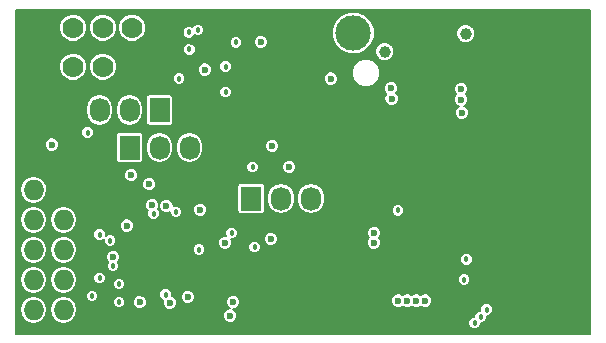
<source format=gbr>
G04 #@! TF.FileFunction,Copper,L2,Inr,Plane*
%FSLAX46Y46*%
G04 Gerber Fmt 4.6, Leading zero omitted, Abs format (unit mm)*
G04 Created by KiCad (PCBNEW 4.0.1-stable) date 2/1/2017 7:21:29 PM*
%MOMM*%
G01*
G04 APERTURE LIST*
%ADD10C,0.100000*%
%ADD11C,0.508000*%
%ADD12C,3.000000*%
%ADD13C,0.970000*%
%ADD14C,1.778000*%
%ADD15C,0.600000*%
%ADD16R,1.727200X1.727200*%
%ADD17O,1.727200X1.727200*%
%ADD18R,1.727200X2.032000*%
%ADD19O,1.727200X2.032000*%
%ADD20C,0.457200*%
%ADD21C,1.000000*%
%ADD22C,0.200000*%
G04 APERTURE END LIST*
D10*
D11*
X119126000Y-106426000D03*
D12*
X135774500Y-88455500D03*
X131814500Y-88455500D03*
D13*
X152019000Y-99060000D03*
D14*
X117043200Y-91313000D03*
X117043200Y-88011000D03*
X114554000Y-88011000D03*
X112064800Y-88011000D03*
X114554000Y-91313000D03*
X112064800Y-91313000D03*
D15*
X127031500Y-109473000D03*
X127000000Y-107188000D03*
X134270500Y-107885500D03*
X134270500Y-110044500D03*
X134207000Y-105663000D03*
X146643500Y-107696000D03*
X147786500Y-107696000D03*
X146580000Y-103632000D03*
X147723000Y-103632000D03*
D13*
X150114000Y-109982000D03*
D15*
X134366000Y-98971100D03*
X148583400Y-98525600D03*
X135324600Y-112394000D03*
X151212300Y-112673400D03*
X137877300Y-96023700D03*
X136880600Y-96050100D03*
X134429500Y-102323900D03*
X129933700Y-93662500D03*
D11*
X119888000Y-107188000D03*
X118364000Y-107188000D03*
X119126000Y-107950000D03*
X130683000Y-107823000D03*
X140462000Y-106553000D03*
X142367000Y-106553000D03*
X142367000Y-108331000D03*
X140462000Y-108331000D03*
X141351000Y-107442000D03*
X149098000Y-87884000D03*
X151638000Y-87884000D03*
X154178000Y-87884000D03*
X149098000Y-90424000D03*
X151638000Y-90424000D03*
X154178000Y-90424000D03*
X149098000Y-92964000D03*
X151638000Y-92964000D03*
X154178000Y-92964000D03*
X149098000Y-95504000D03*
X151638000Y-95504000D03*
X154178000Y-95504000D03*
D15*
X143122400Y-98398600D03*
D16*
X111252000Y-101727000D03*
D17*
X108712000Y-101727000D03*
X111252000Y-104267000D03*
X108712000Y-104267000D03*
X111252000Y-106807000D03*
X108712000Y-106807000D03*
X111252000Y-109347000D03*
X108712000Y-109347000D03*
X111252000Y-111887000D03*
X108712000Y-111887000D03*
D18*
X116840000Y-98171000D03*
D19*
X119380000Y-98171000D03*
X121920000Y-98171000D03*
D18*
X119380000Y-94996000D03*
D19*
X116840000Y-94996000D03*
X114300000Y-94996000D03*
D18*
X127127000Y-102489000D03*
D19*
X129667000Y-102489000D03*
X132207000Y-102489000D03*
D15*
X145554700Y-91795600D03*
X138798300Y-91948000D03*
X131279900Y-97370900D03*
X137502900Y-104432100D03*
X124066300Y-104292400D03*
X120942100Y-112801400D03*
X119532400Y-113093500D03*
X118503700Y-113106200D03*
X130810000Y-105029000D03*
X143256000Y-111125000D03*
X137414000Y-110236000D03*
X137414000Y-109347000D03*
X113792000Y-104775000D03*
X119634000Y-100457000D03*
X124714000Y-89865200D03*
X114681000Y-103505000D03*
X112712500Y-107442000D03*
D20*
X119888000Y-110617000D03*
X115443000Y-108204000D03*
X122707400Y-106807000D03*
X120777000Y-103632000D03*
X118872000Y-103759000D03*
D15*
X138976100Y-93167200D03*
X139014200Y-94018100D03*
X127939800Y-89230200D03*
X133858000Y-92329000D03*
X144907000Y-94107000D03*
X144907000Y-93218000D03*
X141859000Y-111125000D03*
X141097000Y-111125000D03*
X140335000Y-111125000D03*
X139573000Y-111125000D03*
D20*
X139547600Y-103492300D03*
X127254000Y-99822000D03*
X146050000Y-113030000D03*
X146558000Y-112522000D03*
X121031000Y-92329000D03*
X147066000Y-111887000D03*
X145351500Y-107632500D03*
D15*
X130352800Y-99809300D03*
D21*
X138442700Y-90055700D03*
X145288000Y-88519000D03*
D15*
X144957800Y-95224600D03*
D20*
X121894600Y-89865200D03*
X121843800Y-88417400D03*
X122631200Y-88214200D03*
X113284000Y-96901000D03*
D15*
X124904500Y-106222800D03*
X137515600Y-106210100D03*
X118491000Y-101282500D03*
X121754900Y-110820200D03*
X117690900Y-111277400D03*
X120230900Y-111302800D03*
X119951500Y-103124000D03*
X118745000Y-103060500D03*
X122809000Y-103441500D03*
X128905000Y-98044000D03*
X110236000Y-97917000D03*
X123190000Y-91567000D03*
X128778000Y-105918000D03*
X137541000Y-105410000D03*
X125349000Y-112395000D03*
X125603000Y-111252000D03*
X116586000Y-104775000D03*
X115443000Y-107442000D03*
X116967000Y-100520500D03*
D20*
X113665000Y-110744000D03*
X114300000Y-109220000D03*
X114300000Y-105537000D03*
X115951000Y-111252000D03*
X115951000Y-109728000D03*
X127419100Y-106603800D03*
X124968000Y-91313000D03*
X125831600Y-89255600D03*
X124968000Y-93472000D03*
X115189000Y-106045000D03*
X145161000Y-109347000D03*
X125476000Y-105410000D03*
D22*
G36*
X155835000Y-113925000D02*
X107182000Y-113925000D01*
X107182000Y-113134684D01*
X145521308Y-113134684D01*
X145601613Y-113329037D01*
X145750181Y-113477864D01*
X145944394Y-113558508D01*
X146154684Y-113558692D01*
X146349037Y-113478387D01*
X146497864Y-113329819D01*
X146578508Y-113135606D01*
X146578582Y-113050618D01*
X146662684Y-113050692D01*
X146857037Y-112970387D01*
X147005864Y-112821819D01*
X147086508Y-112627606D01*
X147086692Y-112417316D01*
X147085990Y-112415618D01*
X147170684Y-112415692D01*
X147365037Y-112335387D01*
X147513864Y-112186819D01*
X147594508Y-111992606D01*
X147594692Y-111782316D01*
X147514387Y-111587963D01*
X147365819Y-111439136D01*
X147171606Y-111358492D01*
X146961316Y-111358308D01*
X146766963Y-111438613D01*
X146618136Y-111587181D01*
X146537492Y-111781394D01*
X146537308Y-111991684D01*
X146538010Y-111993382D01*
X146453316Y-111993308D01*
X146258963Y-112073613D01*
X146110136Y-112222181D01*
X146029492Y-112416394D01*
X146029418Y-112501382D01*
X145945316Y-112501308D01*
X145750963Y-112581613D01*
X145602136Y-112730181D01*
X145521492Y-112924394D01*
X145521308Y-113134684D01*
X107182000Y-113134684D01*
X107182000Y-111864204D01*
X107548400Y-111864204D01*
X107548400Y-111909796D01*
X107636974Y-112355086D01*
X107889211Y-112732585D01*
X108266710Y-112984822D01*
X108712000Y-113073396D01*
X109157290Y-112984822D01*
X109534789Y-112732585D01*
X109787026Y-112355086D01*
X109875600Y-111909796D01*
X109875600Y-111864204D01*
X110088400Y-111864204D01*
X110088400Y-111909796D01*
X110176974Y-112355086D01*
X110429211Y-112732585D01*
X110806710Y-112984822D01*
X111252000Y-113073396D01*
X111697290Y-112984822D01*
X112074789Y-112732585D01*
X112220960Y-112513824D01*
X124748896Y-112513824D01*
X124840048Y-112734429D01*
X125008683Y-112903359D01*
X125229129Y-112994896D01*
X125467824Y-112995104D01*
X125688429Y-112903952D01*
X125857359Y-112735317D01*
X125948896Y-112514871D01*
X125949104Y-112276176D01*
X125857952Y-112055571D01*
X125689317Y-111886641D01*
X125605899Y-111852003D01*
X125721824Y-111852104D01*
X125942429Y-111760952D01*
X126111359Y-111592317D01*
X126202896Y-111371871D01*
X126203007Y-111243824D01*
X138972896Y-111243824D01*
X139064048Y-111464429D01*
X139232683Y-111633359D01*
X139453129Y-111724896D01*
X139691824Y-111725104D01*
X139912429Y-111633952D01*
X139953924Y-111592529D01*
X139994683Y-111633359D01*
X140215129Y-111724896D01*
X140453824Y-111725104D01*
X140674429Y-111633952D01*
X140715924Y-111592529D01*
X140756683Y-111633359D01*
X140977129Y-111724896D01*
X141215824Y-111725104D01*
X141436429Y-111633952D01*
X141477924Y-111592529D01*
X141518683Y-111633359D01*
X141739129Y-111724896D01*
X141977824Y-111725104D01*
X142198429Y-111633952D01*
X142367359Y-111465317D01*
X142458896Y-111244871D01*
X142459104Y-111006176D01*
X142367952Y-110785571D01*
X142199317Y-110616641D01*
X141978871Y-110525104D01*
X141740176Y-110524896D01*
X141519571Y-110616048D01*
X141478076Y-110657471D01*
X141437317Y-110616641D01*
X141216871Y-110525104D01*
X140978176Y-110524896D01*
X140757571Y-110616048D01*
X140716076Y-110657471D01*
X140675317Y-110616641D01*
X140454871Y-110525104D01*
X140216176Y-110524896D01*
X139995571Y-110616048D01*
X139954076Y-110657471D01*
X139913317Y-110616641D01*
X139692871Y-110525104D01*
X139454176Y-110524896D01*
X139233571Y-110616048D01*
X139064641Y-110784683D01*
X138973104Y-111005129D01*
X138972896Y-111243824D01*
X126203007Y-111243824D01*
X126203104Y-111133176D01*
X126111952Y-110912571D01*
X125943317Y-110743641D01*
X125722871Y-110652104D01*
X125484176Y-110651896D01*
X125263571Y-110743048D01*
X125094641Y-110911683D01*
X125003104Y-111132129D01*
X125002896Y-111370824D01*
X125094048Y-111591429D01*
X125262683Y-111760359D01*
X125346101Y-111794997D01*
X125230176Y-111794896D01*
X125009571Y-111886048D01*
X124840641Y-112054683D01*
X124749104Y-112275129D01*
X124748896Y-112513824D01*
X112220960Y-112513824D01*
X112327026Y-112355086D01*
X112415600Y-111909796D01*
X112415600Y-111864204D01*
X112327026Y-111418914D01*
X112285446Y-111356684D01*
X115422308Y-111356684D01*
X115502613Y-111551037D01*
X115651181Y-111699864D01*
X115845394Y-111780508D01*
X116055684Y-111780692D01*
X116250037Y-111700387D01*
X116398864Y-111551819D01*
X116463472Y-111396224D01*
X117090796Y-111396224D01*
X117181948Y-111616829D01*
X117350583Y-111785759D01*
X117571029Y-111877296D01*
X117809724Y-111877504D01*
X118030329Y-111786352D01*
X118199259Y-111617717D01*
X118290796Y-111397271D01*
X118291004Y-111158576D01*
X118199852Y-110937971D01*
X118031217Y-110769041D01*
X117917169Y-110721684D01*
X119359308Y-110721684D01*
X119439613Y-110916037D01*
X119588181Y-111064864D01*
X119666521Y-111097394D01*
X119631004Y-111182929D01*
X119630796Y-111421624D01*
X119721948Y-111642229D01*
X119890583Y-111811159D01*
X120111029Y-111902696D01*
X120349724Y-111902904D01*
X120570329Y-111811752D01*
X120739259Y-111643117D01*
X120830796Y-111422671D01*
X120831004Y-111183976D01*
X120739852Y-110963371D01*
X120715548Y-110939024D01*
X121154796Y-110939024D01*
X121245948Y-111159629D01*
X121414583Y-111328559D01*
X121635029Y-111420096D01*
X121873724Y-111420304D01*
X122094329Y-111329152D01*
X122263259Y-111160517D01*
X122354796Y-110940071D01*
X122355004Y-110701376D01*
X122263852Y-110480771D01*
X122095217Y-110311841D01*
X121874771Y-110220304D01*
X121636076Y-110220096D01*
X121415471Y-110311248D01*
X121246541Y-110479883D01*
X121155004Y-110700329D01*
X121154796Y-110939024D01*
X120715548Y-110939024D01*
X120571217Y-110794441D01*
X120413818Y-110729083D01*
X120416508Y-110722606D01*
X120416692Y-110512316D01*
X120336387Y-110317963D01*
X120187819Y-110169136D01*
X119993606Y-110088492D01*
X119783316Y-110088308D01*
X119588963Y-110168613D01*
X119440136Y-110317181D01*
X119359492Y-110511394D01*
X119359308Y-110721684D01*
X117917169Y-110721684D01*
X117810771Y-110677504D01*
X117572076Y-110677296D01*
X117351471Y-110768448D01*
X117182541Y-110937083D01*
X117091004Y-111157529D01*
X117090796Y-111396224D01*
X116463472Y-111396224D01*
X116479508Y-111357606D01*
X116479692Y-111147316D01*
X116399387Y-110952963D01*
X116250819Y-110804136D01*
X116056606Y-110723492D01*
X115846316Y-110723308D01*
X115651963Y-110803613D01*
X115503136Y-110952181D01*
X115422492Y-111146394D01*
X115422308Y-111356684D01*
X112285446Y-111356684D01*
X112074789Y-111041415D01*
X111786347Y-110848684D01*
X113136308Y-110848684D01*
X113216613Y-111043037D01*
X113365181Y-111191864D01*
X113559394Y-111272508D01*
X113769684Y-111272692D01*
X113964037Y-111192387D01*
X114112864Y-111043819D01*
X114193508Y-110849606D01*
X114193692Y-110639316D01*
X114113387Y-110444963D01*
X113964819Y-110296136D01*
X113770606Y-110215492D01*
X113560316Y-110215308D01*
X113365963Y-110295613D01*
X113217136Y-110444181D01*
X113136492Y-110638394D01*
X113136308Y-110848684D01*
X111786347Y-110848684D01*
X111697290Y-110789178D01*
X111252000Y-110700604D01*
X110806710Y-110789178D01*
X110429211Y-111041415D01*
X110176974Y-111418914D01*
X110088400Y-111864204D01*
X109875600Y-111864204D01*
X109787026Y-111418914D01*
X109534789Y-111041415D01*
X109157290Y-110789178D01*
X108712000Y-110700604D01*
X108266710Y-110789178D01*
X107889211Y-111041415D01*
X107636974Y-111418914D01*
X107548400Y-111864204D01*
X107182000Y-111864204D01*
X107182000Y-109324204D01*
X107548400Y-109324204D01*
X107548400Y-109369796D01*
X107636974Y-109815086D01*
X107889211Y-110192585D01*
X108266710Y-110444822D01*
X108712000Y-110533396D01*
X109157290Y-110444822D01*
X109534789Y-110192585D01*
X109787026Y-109815086D01*
X109875600Y-109369796D01*
X109875600Y-109324204D01*
X110088400Y-109324204D01*
X110088400Y-109369796D01*
X110176974Y-109815086D01*
X110429211Y-110192585D01*
X110806710Y-110444822D01*
X111252000Y-110533396D01*
X111697290Y-110444822D01*
X112074789Y-110192585D01*
X112315267Y-109832684D01*
X115422308Y-109832684D01*
X115502613Y-110027037D01*
X115651181Y-110175864D01*
X115845394Y-110256508D01*
X116055684Y-110256692D01*
X116250037Y-110176387D01*
X116398864Y-110027819D01*
X116479508Y-109833606D01*
X116479692Y-109623316D01*
X116408776Y-109451684D01*
X144632308Y-109451684D01*
X144712613Y-109646037D01*
X144861181Y-109794864D01*
X145055394Y-109875508D01*
X145265684Y-109875692D01*
X145460037Y-109795387D01*
X145608864Y-109646819D01*
X145689508Y-109452606D01*
X145689692Y-109242316D01*
X145609387Y-109047963D01*
X145460819Y-108899136D01*
X145266606Y-108818492D01*
X145056316Y-108818308D01*
X144861963Y-108898613D01*
X144713136Y-109047181D01*
X144632492Y-109241394D01*
X144632308Y-109451684D01*
X116408776Y-109451684D01*
X116399387Y-109428963D01*
X116250819Y-109280136D01*
X116056606Y-109199492D01*
X115846316Y-109199308D01*
X115651963Y-109279613D01*
X115503136Y-109428181D01*
X115422492Y-109622394D01*
X115422308Y-109832684D01*
X112315267Y-109832684D01*
X112327026Y-109815086D01*
X112415600Y-109369796D01*
X112415600Y-109324684D01*
X113771308Y-109324684D01*
X113851613Y-109519037D01*
X114000181Y-109667864D01*
X114194394Y-109748508D01*
X114404684Y-109748692D01*
X114599037Y-109668387D01*
X114747864Y-109519819D01*
X114828508Y-109325606D01*
X114828692Y-109115316D01*
X114748387Y-108920963D01*
X114599819Y-108772136D01*
X114405606Y-108691492D01*
X114195316Y-108691308D01*
X114000963Y-108771613D01*
X113852136Y-108920181D01*
X113771492Y-109114394D01*
X113771308Y-109324684D01*
X112415600Y-109324684D01*
X112415600Y-109324204D01*
X112327026Y-108878914D01*
X112074789Y-108501415D01*
X111697290Y-108249178D01*
X111252000Y-108160604D01*
X110806710Y-108249178D01*
X110429211Y-108501415D01*
X110176974Y-108878914D01*
X110088400Y-109324204D01*
X109875600Y-109324204D01*
X109787026Y-108878914D01*
X109534789Y-108501415D01*
X109157290Y-108249178D01*
X108712000Y-108160604D01*
X108266710Y-108249178D01*
X107889211Y-108501415D01*
X107636974Y-108878914D01*
X107548400Y-109324204D01*
X107182000Y-109324204D01*
X107182000Y-106784204D01*
X107548400Y-106784204D01*
X107548400Y-106829796D01*
X107636974Y-107275086D01*
X107889211Y-107652585D01*
X108266710Y-107904822D01*
X108712000Y-107993396D01*
X109157290Y-107904822D01*
X109534789Y-107652585D01*
X109787026Y-107275086D01*
X109875600Y-106829796D01*
X109875600Y-106784204D01*
X110088400Y-106784204D01*
X110088400Y-106829796D01*
X110176974Y-107275086D01*
X110429211Y-107652585D01*
X110806710Y-107904822D01*
X111252000Y-107993396D01*
X111697290Y-107904822D01*
X112074789Y-107652585D01*
X112136101Y-107560824D01*
X114842896Y-107560824D01*
X114934048Y-107781429D01*
X115025914Y-107873456D01*
X114995136Y-107904181D01*
X114914492Y-108098394D01*
X114914308Y-108308684D01*
X114994613Y-108503037D01*
X115143181Y-108651864D01*
X115337394Y-108732508D01*
X115547684Y-108732692D01*
X115742037Y-108652387D01*
X115890864Y-108503819D01*
X115971508Y-108309606D01*
X115971692Y-108099316D01*
X115891387Y-107904963D01*
X115859998Y-107873519D01*
X115951359Y-107782317D01*
X115970099Y-107737184D01*
X144822808Y-107737184D01*
X144903113Y-107931537D01*
X145051681Y-108080364D01*
X145245894Y-108161008D01*
X145456184Y-108161192D01*
X145650537Y-108080887D01*
X145799364Y-107932319D01*
X145880008Y-107738106D01*
X145880192Y-107527816D01*
X145799887Y-107333463D01*
X145651319Y-107184636D01*
X145457106Y-107103992D01*
X145246816Y-107103808D01*
X145052463Y-107184113D01*
X144903636Y-107332681D01*
X144822992Y-107526894D01*
X144822808Y-107737184D01*
X115970099Y-107737184D01*
X116042896Y-107561871D01*
X116043104Y-107323176D01*
X115951952Y-107102571D01*
X115783317Y-106933641D01*
X115730439Y-106911684D01*
X122178708Y-106911684D01*
X122259013Y-107106037D01*
X122407581Y-107254864D01*
X122601794Y-107335508D01*
X122812084Y-107335692D01*
X123006437Y-107255387D01*
X123155264Y-107106819D01*
X123235908Y-106912606D01*
X123236092Y-106702316D01*
X123155787Y-106507963D01*
X123007219Y-106359136D01*
X122965046Y-106341624D01*
X124304396Y-106341624D01*
X124395548Y-106562229D01*
X124564183Y-106731159D01*
X124784629Y-106822696D01*
X125023324Y-106822904D01*
X125243929Y-106731752D01*
X125267237Y-106708484D01*
X126890408Y-106708484D01*
X126970713Y-106902837D01*
X127119281Y-107051664D01*
X127313494Y-107132308D01*
X127523784Y-107132492D01*
X127718137Y-107052187D01*
X127866964Y-106903619D01*
X127947608Y-106709406D01*
X127947792Y-106499116D01*
X127867487Y-106304763D01*
X127718919Y-106155936D01*
X127524706Y-106075292D01*
X127314416Y-106075108D01*
X127120063Y-106155413D01*
X126971236Y-106303981D01*
X126890592Y-106498194D01*
X126890408Y-106708484D01*
X125267237Y-106708484D01*
X125412859Y-106563117D01*
X125504396Y-106342671D01*
X125504604Y-106103976D01*
X125476858Y-106036824D01*
X128177896Y-106036824D01*
X128269048Y-106257429D01*
X128437683Y-106426359D01*
X128658129Y-106517896D01*
X128896824Y-106518104D01*
X129117429Y-106426952D01*
X129215628Y-106328924D01*
X136915496Y-106328924D01*
X137006648Y-106549529D01*
X137175283Y-106718459D01*
X137395729Y-106809996D01*
X137634424Y-106810204D01*
X137855029Y-106719052D01*
X138023959Y-106550417D01*
X138115496Y-106329971D01*
X138115704Y-106091276D01*
X138024552Y-105870671D01*
X137976757Y-105822792D01*
X138049359Y-105750317D01*
X138140896Y-105529871D01*
X138141104Y-105291176D01*
X138049952Y-105070571D01*
X137881317Y-104901641D01*
X137660871Y-104810104D01*
X137422176Y-104809896D01*
X137201571Y-104901048D01*
X137032641Y-105069683D01*
X136941104Y-105290129D01*
X136940896Y-105528824D01*
X137032048Y-105749429D01*
X137079843Y-105797308D01*
X137007241Y-105869783D01*
X136915704Y-106090229D01*
X136915496Y-106328924D01*
X129215628Y-106328924D01*
X129286359Y-106258317D01*
X129377896Y-106037871D01*
X129378104Y-105799176D01*
X129286952Y-105578571D01*
X129118317Y-105409641D01*
X128897871Y-105318104D01*
X128659176Y-105317896D01*
X128438571Y-105409048D01*
X128269641Y-105577683D01*
X128178104Y-105798129D01*
X128177896Y-106036824D01*
X125476858Y-106036824D01*
X125436258Y-105938566D01*
X125580684Y-105938692D01*
X125775037Y-105858387D01*
X125923864Y-105709819D01*
X126004508Y-105515606D01*
X126004692Y-105305316D01*
X125924387Y-105110963D01*
X125775819Y-104962136D01*
X125581606Y-104881492D01*
X125371316Y-104881308D01*
X125176963Y-104961613D01*
X125028136Y-105110181D01*
X124947492Y-105304394D01*
X124947308Y-105514684D01*
X124992012Y-105622876D01*
X124785676Y-105622696D01*
X124565071Y-105713848D01*
X124396141Y-105882483D01*
X124304604Y-106102929D01*
X124304396Y-106341624D01*
X122965046Y-106341624D01*
X122813006Y-106278492D01*
X122602716Y-106278308D01*
X122408363Y-106358613D01*
X122259536Y-106507181D01*
X122178892Y-106701394D01*
X122178708Y-106911684D01*
X115730439Y-106911684D01*
X115562871Y-106842104D01*
X115324176Y-106841896D01*
X115103571Y-106933048D01*
X114934641Y-107101683D01*
X114843104Y-107322129D01*
X114842896Y-107560824D01*
X112136101Y-107560824D01*
X112327026Y-107275086D01*
X112415600Y-106829796D01*
X112415600Y-106784204D01*
X112327026Y-106338914D01*
X112074789Y-105961415D01*
X111697290Y-105709178D01*
X111357976Y-105641684D01*
X113771308Y-105641684D01*
X113851613Y-105836037D01*
X114000181Y-105984864D01*
X114194394Y-106065508D01*
X114404684Y-106065692D01*
X114599037Y-105985387D01*
X114671382Y-105913168D01*
X114660492Y-105939394D01*
X114660308Y-106149684D01*
X114740613Y-106344037D01*
X114889181Y-106492864D01*
X115083394Y-106573508D01*
X115293684Y-106573692D01*
X115488037Y-106493387D01*
X115636864Y-106344819D01*
X115717508Y-106150606D01*
X115717692Y-105940316D01*
X115637387Y-105745963D01*
X115488819Y-105597136D01*
X115294606Y-105516492D01*
X115084316Y-105516308D01*
X114889963Y-105596613D01*
X114817618Y-105668832D01*
X114828508Y-105642606D01*
X114828692Y-105432316D01*
X114748387Y-105237963D01*
X114599819Y-105089136D01*
X114405606Y-105008492D01*
X114195316Y-105008308D01*
X114000963Y-105088613D01*
X113852136Y-105237181D01*
X113771492Y-105431394D01*
X113771308Y-105641684D01*
X111357976Y-105641684D01*
X111252000Y-105620604D01*
X110806710Y-105709178D01*
X110429211Y-105961415D01*
X110176974Y-106338914D01*
X110088400Y-106784204D01*
X109875600Y-106784204D01*
X109787026Y-106338914D01*
X109534789Y-105961415D01*
X109157290Y-105709178D01*
X108712000Y-105620604D01*
X108266710Y-105709178D01*
X107889211Y-105961415D01*
X107636974Y-106338914D01*
X107548400Y-106784204D01*
X107182000Y-106784204D01*
X107182000Y-104244204D01*
X107548400Y-104244204D01*
X107548400Y-104289796D01*
X107636974Y-104735086D01*
X107889211Y-105112585D01*
X108266710Y-105364822D01*
X108712000Y-105453396D01*
X109157290Y-105364822D01*
X109534789Y-105112585D01*
X109787026Y-104735086D01*
X109875600Y-104289796D01*
X109875600Y-104244204D01*
X110088400Y-104244204D01*
X110088400Y-104289796D01*
X110176974Y-104735086D01*
X110429211Y-105112585D01*
X110806710Y-105364822D01*
X111252000Y-105453396D01*
X111697290Y-105364822D01*
X112074789Y-105112585D01*
X112220960Y-104893824D01*
X115985896Y-104893824D01*
X116077048Y-105114429D01*
X116245683Y-105283359D01*
X116466129Y-105374896D01*
X116704824Y-105375104D01*
X116925429Y-105283952D01*
X117094359Y-105115317D01*
X117185896Y-104894871D01*
X117186104Y-104656176D01*
X117094952Y-104435571D01*
X116926317Y-104266641D01*
X116705871Y-104175104D01*
X116467176Y-104174896D01*
X116246571Y-104266048D01*
X116077641Y-104434683D01*
X115986104Y-104655129D01*
X115985896Y-104893824D01*
X112220960Y-104893824D01*
X112327026Y-104735086D01*
X112415600Y-104289796D01*
X112415600Y-104244204D01*
X112327026Y-103798914D01*
X112074789Y-103421415D01*
X111712475Y-103179324D01*
X118144896Y-103179324D01*
X118236048Y-103399929D01*
X118386258Y-103550402D01*
X118343492Y-103653394D01*
X118343308Y-103863684D01*
X118423613Y-104058037D01*
X118572181Y-104206864D01*
X118766394Y-104287508D01*
X118976684Y-104287692D01*
X119171037Y-104207387D01*
X119319864Y-104058819D01*
X119400508Y-103864606D01*
X119400692Y-103654316D01*
X119320387Y-103459963D01*
X119255705Y-103395168D01*
X119318963Y-103242824D01*
X119351396Y-103242824D01*
X119442548Y-103463429D01*
X119611183Y-103632359D01*
X119831629Y-103723896D01*
X120070324Y-103724104D01*
X120248383Y-103650531D01*
X120248308Y-103736684D01*
X120328613Y-103931037D01*
X120477181Y-104079864D01*
X120671394Y-104160508D01*
X120881684Y-104160692D01*
X121076037Y-104080387D01*
X121224864Y-103931819D01*
X121305508Y-103737606D01*
X121305663Y-103560324D01*
X122208896Y-103560324D01*
X122300048Y-103780929D01*
X122468683Y-103949859D01*
X122689129Y-104041396D01*
X122927824Y-104041604D01*
X123148429Y-103950452D01*
X123317359Y-103781817D01*
X123408896Y-103561371D01*
X123409104Y-103322676D01*
X123317952Y-103102071D01*
X123149317Y-102933141D01*
X122928871Y-102841604D01*
X122690176Y-102841396D01*
X122469571Y-102932548D01*
X122300641Y-103101183D01*
X122209104Y-103321629D01*
X122208896Y-103560324D01*
X121305663Y-103560324D01*
X121305692Y-103527316D01*
X121225387Y-103332963D01*
X121076819Y-103184136D01*
X120882606Y-103103492D01*
X120672316Y-103103308D01*
X120551475Y-103153238D01*
X120551604Y-103005176D01*
X120460452Y-102784571D01*
X120291817Y-102615641D01*
X120071371Y-102524104D01*
X119832676Y-102523896D01*
X119612071Y-102615048D01*
X119443141Y-102783683D01*
X119351604Y-103004129D01*
X119351396Y-103242824D01*
X119318963Y-103242824D01*
X119344896Y-103180371D01*
X119345104Y-102941676D01*
X119253952Y-102721071D01*
X119085317Y-102552141D01*
X118864871Y-102460604D01*
X118626176Y-102460396D01*
X118405571Y-102551548D01*
X118236641Y-102720183D01*
X118145104Y-102940629D01*
X118144896Y-103179324D01*
X111712475Y-103179324D01*
X111697290Y-103169178D01*
X111252000Y-103080604D01*
X110806710Y-103169178D01*
X110429211Y-103421415D01*
X110176974Y-103798914D01*
X110088400Y-104244204D01*
X109875600Y-104244204D01*
X109787026Y-103798914D01*
X109534789Y-103421415D01*
X109157290Y-103169178D01*
X108712000Y-103080604D01*
X108266710Y-103169178D01*
X107889211Y-103421415D01*
X107636974Y-103798914D01*
X107548400Y-104244204D01*
X107182000Y-104244204D01*
X107182000Y-101704204D01*
X107548400Y-101704204D01*
X107548400Y-101749796D01*
X107636974Y-102195086D01*
X107889211Y-102572585D01*
X108266710Y-102824822D01*
X108712000Y-102913396D01*
X109157290Y-102824822D01*
X109534789Y-102572585D01*
X109787026Y-102195086D01*
X109875600Y-101749796D01*
X109875600Y-101704204D01*
X109815354Y-101401324D01*
X117890896Y-101401324D01*
X117982048Y-101621929D01*
X118150683Y-101790859D01*
X118371129Y-101882396D01*
X118609824Y-101882604D01*
X118830429Y-101791452D01*
X118999359Y-101622817D01*
X119061568Y-101473000D01*
X125957523Y-101473000D01*
X125957523Y-103505000D01*
X125978442Y-103616173D01*
X126044145Y-103718279D01*
X126144397Y-103786778D01*
X126263400Y-103810877D01*
X127990600Y-103810877D01*
X128101773Y-103789958D01*
X128203879Y-103724255D01*
X128272378Y-103624003D01*
X128296477Y-103505000D01*
X128296477Y-102310818D01*
X128503400Y-102310818D01*
X128503400Y-102667182D01*
X128591974Y-103112472D01*
X128844211Y-103489971D01*
X129221710Y-103742208D01*
X129667000Y-103830782D01*
X130112290Y-103742208D01*
X130489789Y-103489971D01*
X130742026Y-103112472D01*
X130830600Y-102667182D01*
X130830600Y-102310818D01*
X131043400Y-102310818D01*
X131043400Y-102667182D01*
X131131974Y-103112472D01*
X131384211Y-103489971D01*
X131761710Y-103742208D01*
X132207000Y-103830782D01*
X132652290Y-103742208D01*
X132869632Y-103596984D01*
X139018908Y-103596984D01*
X139099213Y-103791337D01*
X139247781Y-103940164D01*
X139441994Y-104020808D01*
X139652284Y-104020992D01*
X139846637Y-103940687D01*
X139995464Y-103792119D01*
X140076108Y-103597906D01*
X140076292Y-103387616D01*
X139995987Y-103193263D01*
X139847419Y-103044436D01*
X139653206Y-102963792D01*
X139442916Y-102963608D01*
X139248563Y-103043913D01*
X139099736Y-103192481D01*
X139019092Y-103386694D01*
X139018908Y-103596984D01*
X132869632Y-103596984D01*
X133029789Y-103489971D01*
X133282026Y-103112472D01*
X133370600Y-102667182D01*
X133370600Y-102310818D01*
X133282026Y-101865528D01*
X133029789Y-101488029D01*
X132652290Y-101235792D01*
X132207000Y-101147218D01*
X131761710Y-101235792D01*
X131384211Y-101488029D01*
X131131974Y-101865528D01*
X131043400Y-102310818D01*
X130830600Y-102310818D01*
X130742026Y-101865528D01*
X130489789Y-101488029D01*
X130112290Y-101235792D01*
X129667000Y-101147218D01*
X129221710Y-101235792D01*
X128844211Y-101488029D01*
X128591974Y-101865528D01*
X128503400Y-102310818D01*
X128296477Y-102310818D01*
X128296477Y-101473000D01*
X128275558Y-101361827D01*
X128209855Y-101259721D01*
X128109603Y-101191222D01*
X127990600Y-101167123D01*
X126263400Y-101167123D01*
X126152227Y-101188042D01*
X126050121Y-101253745D01*
X125981622Y-101353997D01*
X125957523Y-101473000D01*
X119061568Y-101473000D01*
X119090896Y-101402371D01*
X119091104Y-101163676D01*
X118999952Y-100943071D01*
X118831317Y-100774141D01*
X118610871Y-100682604D01*
X118372176Y-100682396D01*
X118151571Y-100773548D01*
X117982641Y-100942183D01*
X117891104Y-101162629D01*
X117890896Y-101401324D01*
X109815354Y-101401324D01*
X109787026Y-101258914D01*
X109534789Y-100881415D01*
X109172475Y-100639324D01*
X116366896Y-100639324D01*
X116458048Y-100859929D01*
X116626683Y-101028859D01*
X116847129Y-101120396D01*
X117085824Y-101120604D01*
X117306429Y-101029452D01*
X117475359Y-100860817D01*
X117566896Y-100640371D01*
X117567104Y-100401676D01*
X117475952Y-100181071D01*
X117307317Y-100012141D01*
X117101514Y-99926684D01*
X126725308Y-99926684D01*
X126805613Y-100121037D01*
X126954181Y-100269864D01*
X127148394Y-100350508D01*
X127358684Y-100350692D01*
X127553037Y-100270387D01*
X127701864Y-100121819D01*
X127782292Y-99928124D01*
X129752696Y-99928124D01*
X129843848Y-100148729D01*
X130012483Y-100317659D01*
X130232929Y-100409196D01*
X130471624Y-100409404D01*
X130692229Y-100318252D01*
X130861159Y-100149617D01*
X130952696Y-99929171D01*
X130952904Y-99690476D01*
X130861752Y-99469871D01*
X130693117Y-99300941D01*
X130472671Y-99209404D01*
X130233976Y-99209196D01*
X130013371Y-99300348D01*
X129844441Y-99468983D01*
X129752904Y-99689429D01*
X129752696Y-99928124D01*
X127782292Y-99928124D01*
X127782508Y-99927606D01*
X127782692Y-99717316D01*
X127702387Y-99522963D01*
X127553819Y-99374136D01*
X127359606Y-99293492D01*
X127149316Y-99293308D01*
X126954963Y-99373613D01*
X126806136Y-99522181D01*
X126725492Y-99716394D01*
X126725308Y-99926684D01*
X117101514Y-99926684D01*
X117086871Y-99920604D01*
X116848176Y-99920396D01*
X116627571Y-100011548D01*
X116458641Y-100180183D01*
X116367104Y-100400629D01*
X116366896Y-100639324D01*
X109172475Y-100639324D01*
X109157290Y-100629178D01*
X108712000Y-100540604D01*
X108266710Y-100629178D01*
X107889211Y-100881415D01*
X107636974Y-101258914D01*
X107548400Y-101704204D01*
X107182000Y-101704204D01*
X107182000Y-98035824D01*
X109635896Y-98035824D01*
X109727048Y-98256429D01*
X109895683Y-98425359D01*
X110116129Y-98516896D01*
X110354824Y-98517104D01*
X110575429Y-98425952D01*
X110744359Y-98257317D01*
X110835896Y-98036871D01*
X110836104Y-97798176D01*
X110744952Y-97577571D01*
X110576317Y-97408641D01*
X110355871Y-97317104D01*
X110117176Y-97316896D01*
X109896571Y-97408048D01*
X109727641Y-97576683D01*
X109636104Y-97797129D01*
X109635896Y-98035824D01*
X107182000Y-98035824D01*
X107182000Y-97005684D01*
X112755308Y-97005684D01*
X112835613Y-97200037D01*
X112984181Y-97348864D01*
X113178394Y-97429508D01*
X113388684Y-97429692D01*
X113583037Y-97349387D01*
X113731864Y-97200819D01*
X113750889Y-97155000D01*
X115670523Y-97155000D01*
X115670523Y-99187000D01*
X115691442Y-99298173D01*
X115757145Y-99400279D01*
X115857397Y-99468778D01*
X115976400Y-99492877D01*
X117703600Y-99492877D01*
X117814773Y-99471958D01*
X117916879Y-99406255D01*
X117985378Y-99306003D01*
X118009477Y-99187000D01*
X118009477Y-97992818D01*
X118216400Y-97992818D01*
X118216400Y-98349182D01*
X118304974Y-98794472D01*
X118557211Y-99171971D01*
X118934710Y-99424208D01*
X119380000Y-99512782D01*
X119825290Y-99424208D01*
X120202789Y-99171971D01*
X120455026Y-98794472D01*
X120543600Y-98349182D01*
X120543600Y-97992818D01*
X120756400Y-97992818D01*
X120756400Y-98349182D01*
X120844974Y-98794472D01*
X121097211Y-99171971D01*
X121474710Y-99424208D01*
X121920000Y-99512782D01*
X122365290Y-99424208D01*
X122742789Y-99171971D01*
X122995026Y-98794472D01*
X123083600Y-98349182D01*
X123083600Y-98162824D01*
X128304896Y-98162824D01*
X128396048Y-98383429D01*
X128564683Y-98552359D01*
X128785129Y-98643896D01*
X129023824Y-98644104D01*
X129244429Y-98552952D01*
X129413359Y-98384317D01*
X129504896Y-98163871D01*
X129505104Y-97925176D01*
X129413952Y-97704571D01*
X129245317Y-97535641D01*
X129024871Y-97444104D01*
X128786176Y-97443896D01*
X128565571Y-97535048D01*
X128396641Y-97703683D01*
X128305104Y-97924129D01*
X128304896Y-98162824D01*
X123083600Y-98162824D01*
X123083600Y-97992818D01*
X122995026Y-97547528D01*
X122742789Y-97170029D01*
X122365290Y-96917792D01*
X121920000Y-96829218D01*
X121474710Y-96917792D01*
X121097211Y-97170029D01*
X120844974Y-97547528D01*
X120756400Y-97992818D01*
X120543600Y-97992818D01*
X120455026Y-97547528D01*
X120202789Y-97170029D01*
X119825290Y-96917792D01*
X119380000Y-96829218D01*
X118934710Y-96917792D01*
X118557211Y-97170029D01*
X118304974Y-97547528D01*
X118216400Y-97992818D01*
X118009477Y-97992818D01*
X118009477Y-97155000D01*
X117988558Y-97043827D01*
X117922855Y-96941721D01*
X117822603Y-96873222D01*
X117703600Y-96849123D01*
X115976400Y-96849123D01*
X115865227Y-96870042D01*
X115763121Y-96935745D01*
X115694622Y-97035997D01*
X115670523Y-97155000D01*
X113750889Y-97155000D01*
X113812508Y-97006606D01*
X113812692Y-96796316D01*
X113732387Y-96601963D01*
X113583819Y-96453136D01*
X113389606Y-96372492D01*
X113179316Y-96372308D01*
X112984963Y-96452613D01*
X112836136Y-96601181D01*
X112755492Y-96795394D01*
X112755308Y-97005684D01*
X107182000Y-97005684D01*
X107182000Y-94817818D01*
X113136400Y-94817818D01*
X113136400Y-95174182D01*
X113224974Y-95619472D01*
X113477211Y-95996971D01*
X113854710Y-96249208D01*
X114300000Y-96337782D01*
X114745290Y-96249208D01*
X115122789Y-95996971D01*
X115375026Y-95619472D01*
X115463600Y-95174182D01*
X115463600Y-94817818D01*
X115676400Y-94817818D01*
X115676400Y-95174182D01*
X115764974Y-95619472D01*
X116017211Y-95996971D01*
X116394710Y-96249208D01*
X116840000Y-96337782D01*
X117285290Y-96249208D01*
X117662789Y-95996971D01*
X117915026Y-95619472D01*
X118003600Y-95174182D01*
X118003600Y-94817818D01*
X117915026Y-94372528D01*
X117662789Y-93995029D01*
X117640297Y-93980000D01*
X118210523Y-93980000D01*
X118210523Y-96012000D01*
X118231442Y-96123173D01*
X118297145Y-96225279D01*
X118397397Y-96293778D01*
X118516400Y-96317877D01*
X120243600Y-96317877D01*
X120354773Y-96296958D01*
X120456879Y-96231255D01*
X120525378Y-96131003D01*
X120549477Y-96012000D01*
X120549477Y-93980000D01*
X120528558Y-93868827D01*
X120462855Y-93766721D01*
X120362603Y-93698222D01*
X120243600Y-93674123D01*
X118516400Y-93674123D01*
X118405227Y-93695042D01*
X118303121Y-93760745D01*
X118234622Y-93860997D01*
X118210523Y-93980000D01*
X117640297Y-93980000D01*
X117285290Y-93742792D01*
X116840000Y-93654218D01*
X116394710Y-93742792D01*
X116017211Y-93995029D01*
X115764974Y-94372528D01*
X115676400Y-94817818D01*
X115463600Y-94817818D01*
X115375026Y-94372528D01*
X115122789Y-93995029D01*
X114745290Y-93742792D01*
X114300000Y-93654218D01*
X113854710Y-93742792D01*
X113477211Y-93995029D01*
X113224974Y-94372528D01*
X113136400Y-94817818D01*
X107182000Y-94817818D01*
X107182000Y-93576684D01*
X124439308Y-93576684D01*
X124519613Y-93771037D01*
X124668181Y-93919864D01*
X124862394Y-94000508D01*
X125072684Y-94000692D01*
X125267037Y-93920387D01*
X125415864Y-93771819D01*
X125496508Y-93577606D01*
X125496692Y-93367316D01*
X125463103Y-93286024D01*
X138375996Y-93286024D01*
X138467148Y-93506629D01*
X138572038Y-93611702D01*
X138505841Y-93677783D01*
X138414304Y-93898229D01*
X138414096Y-94136924D01*
X138505248Y-94357529D01*
X138673883Y-94526459D01*
X138894329Y-94617996D01*
X139133024Y-94618204D01*
X139353629Y-94527052D01*
X139522559Y-94358417D01*
X139614096Y-94137971D01*
X139614304Y-93899276D01*
X139523152Y-93678671D01*
X139418262Y-93573598D01*
X139484459Y-93507517D01*
X139555336Y-93336824D01*
X144306896Y-93336824D01*
X144398048Y-93557429D01*
X144502971Y-93662535D01*
X144398641Y-93766683D01*
X144307104Y-93987129D01*
X144306896Y-94225824D01*
X144398048Y-94446429D01*
X144566683Y-94615359D01*
X144713523Y-94676332D01*
X144618371Y-94715648D01*
X144449441Y-94884283D01*
X144357904Y-95104729D01*
X144357696Y-95343424D01*
X144448848Y-95564029D01*
X144617483Y-95732959D01*
X144837929Y-95824496D01*
X145076624Y-95824704D01*
X145297229Y-95733552D01*
X145466159Y-95564917D01*
X145557696Y-95344471D01*
X145557904Y-95105776D01*
X145466752Y-94885171D01*
X145298117Y-94716241D01*
X145151277Y-94655268D01*
X145246429Y-94615952D01*
X145415359Y-94447317D01*
X145506896Y-94226871D01*
X145507104Y-93988176D01*
X145415952Y-93767571D01*
X145311029Y-93662465D01*
X145415359Y-93558317D01*
X145506896Y-93337871D01*
X145507104Y-93099176D01*
X145415952Y-92878571D01*
X145247317Y-92709641D01*
X145026871Y-92618104D01*
X144788176Y-92617896D01*
X144567571Y-92709048D01*
X144398641Y-92877683D01*
X144307104Y-93098129D01*
X144306896Y-93336824D01*
X139555336Y-93336824D01*
X139575996Y-93287071D01*
X139576204Y-93048376D01*
X139485052Y-92827771D01*
X139316417Y-92658841D01*
X139095971Y-92567304D01*
X138857276Y-92567096D01*
X138636671Y-92658248D01*
X138467741Y-92826883D01*
X138376204Y-93047329D01*
X138375996Y-93286024D01*
X125463103Y-93286024D01*
X125416387Y-93172963D01*
X125267819Y-93024136D01*
X125073606Y-92943492D01*
X124863316Y-92943308D01*
X124668963Y-93023613D01*
X124520136Y-93172181D01*
X124439492Y-93366394D01*
X124439308Y-93576684D01*
X107182000Y-93576684D01*
X107182000Y-91548469D01*
X110875594Y-91548469D01*
X111056227Y-91985635D01*
X111390406Y-92320397D01*
X111827256Y-92501793D01*
X112300269Y-92502206D01*
X112737435Y-92321573D01*
X113072197Y-91987394D01*
X113253593Y-91550544D01*
X113253594Y-91548469D01*
X113364794Y-91548469D01*
X113545427Y-91985635D01*
X113879606Y-92320397D01*
X114316456Y-92501793D01*
X114789469Y-92502206D01*
X114955305Y-92433684D01*
X120502308Y-92433684D01*
X120582613Y-92628037D01*
X120731181Y-92776864D01*
X120925394Y-92857508D01*
X121135684Y-92857692D01*
X121330037Y-92777387D01*
X121478864Y-92628819D01*
X121554019Y-92447824D01*
X133257896Y-92447824D01*
X133349048Y-92668429D01*
X133517683Y-92837359D01*
X133738129Y-92928896D01*
X133976824Y-92929104D01*
X134197429Y-92837952D01*
X134366359Y-92669317D01*
X134457896Y-92448871D01*
X134458104Y-92210176D01*
X134408931Y-92091167D01*
X135664294Y-92091167D01*
X135845079Y-92528700D01*
X136179539Y-92863744D01*
X136616756Y-93045293D01*
X137090167Y-93045706D01*
X137527700Y-92864921D01*
X137862744Y-92530461D01*
X138044293Y-92093244D01*
X138044706Y-91619833D01*
X137863921Y-91182300D01*
X137529461Y-90847256D01*
X137092244Y-90665707D01*
X136618833Y-90665294D01*
X136181300Y-90846079D01*
X135846256Y-91180539D01*
X135664707Y-91617756D01*
X135664294Y-92091167D01*
X134408931Y-92091167D01*
X134366952Y-91989571D01*
X134198317Y-91820641D01*
X133977871Y-91729104D01*
X133739176Y-91728896D01*
X133518571Y-91820048D01*
X133349641Y-91988683D01*
X133258104Y-92209129D01*
X133257896Y-92447824D01*
X121554019Y-92447824D01*
X121559508Y-92434606D01*
X121559692Y-92224316D01*
X121479387Y-92029963D01*
X121330819Y-91881136D01*
X121136606Y-91800492D01*
X120926316Y-91800308D01*
X120731963Y-91880613D01*
X120583136Y-92029181D01*
X120502492Y-92223394D01*
X120502308Y-92433684D01*
X114955305Y-92433684D01*
X115226635Y-92321573D01*
X115561397Y-91987394D01*
X115686619Y-91685824D01*
X122589896Y-91685824D01*
X122681048Y-91906429D01*
X122849683Y-92075359D01*
X123070129Y-92166896D01*
X123308824Y-92167104D01*
X123529429Y-92075952D01*
X123698359Y-91907317D01*
X123789896Y-91686871D01*
X123790104Y-91448176D01*
X123777505Y-91417684D01*
X124439308Y-91417684D01*
X124519613Y-91612037D01*
X124668181Y-91760864D01*
X124862394Y-91841508D01*
X125072684Y-91841692D01*
X125267037Y-91761387D01*
X125415864Y-91612819D01*
X125496508Y-91418606D01*
X125496692Y-91208316D01*
X125416387Y-91013963D01*
X125267819Y-90865136D01*
X125073606Y-90784492D01*
X124863316Y-90784308D01*
X124668963Y-90864613D01*
X124520136Y-91013181D01*
X124439492Y-91207394D01*
X124439308Y-91417684D01*
X123777505Y-91417684D01*
X123698952Y-91227571D01*
X123530317Y-91058641D01*
X123309871Y-90967104D01*
X123071176Y-90966896D01*
X122850571Y-91058048D01*
X122681641Y-91226683D01*
X122590104Y-91447129D01*
X122589896Y-91685824D01*
X115686619Y-91685824D01*
X115742793Y-91550544D01*
X115743206Y-91077531D01*
X115562573Y-90640365D01*
X115228394Y-90305603D01*
X114791544Y-90124207D01*
X114318531Y-90123794D01*
X113881365Y-90304427D01*
X113546603Y-90638606D01*
X113365207Y-91075456D01*
X113364794Y-91548469D01*
X113253594Y-91548469D01*
X113254006Y-91077531D01*
X113073373Y-90640365D01*
X112739194Y-90305603D01*
X112302344Y-90124207D01*
X111829331Y-90123794D01*
X111392165Y-90304427D01*
X111057403Y-90638606D01*
X110876007Y-91075456D01*
X110875594Y-91548469D01*
X107182000Y-91548469D01*
X107182000Y-89969884D01*
X121365908Y-89969884D01*
X121446213Y-90164237D01*
X121594781Y-90313064D01*
X121788994Y-90393708D01*
X121999284Y-90393892D01*
X122193637Y-90313587D01*
X122342464Y-90165019D01*
X122423108Y-89970806D01*
X122423292Y-89760516D01*
X122342987Y-89566163D01*
X122194419Y-89417336D01*
X122057023Y-89360284D01*
X125302908Y-89360284D01*
X125383213Y-89554637D01*
X125531781Y-89703464D01*
X125725994Y-89784108D01*
X125936284Y-89784292D01*
X126130637Y-89703987D01*
X126279464Y-89555419D01*
X126360108Y-89361206D01*
X126360118Y-89349024D01*
X127339696Y-89349024D01*
X127430848Y-89569629D01*
X127599483Y-89738559D01*
X127819929Y-89830096D01*
X128058624Y-89830304D01*
X128279229Y-89739152D01*
X128448159Y-89570517D01*
X128539696Y-89350071D01*
X128539904Y-89111376D01*
X128448752Y-88890771D01*
X128370090Y-88811971D01*
X133974188Y-88811971D01*
X134247645Y-89473786D01*
X134753551Y-89980576D01*
X135414887Y-90255187D01*
X136130971Y-90255812D01*
X136231844Y-90214132D01*
X137642561Y-90214132D01*
X137764097Y-90508272D01*
X137988945Y-90733512D01*
X138282872Y-90855561D01*
X138601132Y-90855839D01*
X138895272Y-90734303D01*
X139120512Y-90509455D01*
X139242561Y-90215528D01*
X139242839Y-89897268D01*
X139121303Y-89603128D01*
X138896455Y-89377888D01*
X138602528Y-89255839D01*
X138284268Y-89255561D01*
X137990128Y-89377097D01*
X137764888Y-89601945D01*
X137642839Y-89895872D01*
X137642561Y-90214132D01*
X136231844Y-90214132D01*
X136792786Y-89982355D01*
X137299576Y-89476449D01*
X137574187Y-88815113D01*
X137574307Y-88677432D01*
X144487861Y-88677432D01*
X144609397Y-88971572D01*
X144834245Y-89196812D01*
X145128172Y-89318861D01*
X145446432Y-89319139D01*
X145740572Y-89197603D01*
X145965812Y-88972755D01*
X146087861Y-88678828D01*
X146088139Y-88360568D01*
X145966603Y-88066428D01*
X145741755Y-87841188D01*
X145447828Y-87719139D01*
X145129568Y-87718861D01*
X144835428Y-87840397D01*
X144610188Y-88065245D01*
X144488139Y-88359172D01*
X144487861Y-88677432D01*
X137574307Y-88677432D01*
X137574812Y-88099029D01*
X137301355Y-87437214D01*
X136795449Y-86930424D01*
X136134113Y-86655813D01*
X135418029Y-86655188D01*
X134756214Y-86928645D01*
X134249424Y-87434551D01*
X133974813Y-88095887D01*
X133974188Y-88811971D01*
X128370090Y-88811971D01*
X128280117Y-88721841D01*
X128059671Y-88630304D01*
X127820976Y-88630096D01*
X127600371Y-88721248D01*
X127431441Y-88889883D01*
X127339904Y-89110329D01*
X127339696Y-89349024D01*
X126360118Y-89349024D01*
X126360292Y-89150916D01*
X126279987Y-88956563D01*
X126131419Y-88807736D01*
X125937206Y-88727092D01*
X125726916Y-88726908D01*
X125532563Y-88807213D01*
X125383736Y-88955781D01*
X125303092Y-89149994D01*
X125302908Y-89360284D01*
X122057023Y-89360284D01*
X122000206Y-89336692D01*
X121789916Y-89336508D01*
X121595563Y-89416813D01*
X121446736Y-89565381D01*
X121366092Y-89759594D01*
X121365908Y-89969884D01*
X107182000Y-89969884D01*
X107182000Y-88246469D01*
X110875594Y-88246469D01*
X111056227Y-88683635D01*
X111390406Y-89018397D01*
X111827256Y-89199793D01*
X112300269Y-89200206D01*
X112737435Y-89019573D01*
X113072197Y-88685394D01*
X113253593Y-88248544D01*
X113253594Y-88246469D01*
X113364794Y-88246469D01*
X113545427Y-88683635D01*
X113879606Y-89018397D01*
X114316456Y-89199793D01*
X114789469Y-89200206D01*
X115226635Y-89019573D01*
X115561397Y-88685394D01*
X115742793Y-88248544D01*
X115742794Y-88246469D01*
X115853994Y-88246469D01*
X116034627Y-88683635D01*
X116368806Y-89018397D01*
X116805656Y-89199793D01*
X117278669Y-89200206D01*
X117715835Y-89019573D01*
X118050597Y-88685394D01*
X118118409Y-88522084D01*
X121315108Y-88522084D01*
X121395413Y-88716437D01*
X121543981Y-88865264D01*
X121738194Y-88945908D01*
X121948484Y-88946092D01*
X122142837Y-88865787D01*
X122291664Y-88717219D01*
X122319506Y-88650168D01*
X122331381Y-88662064D01*
X122525594Y-88742708D01*
X122735884Y-88742892D01*
X122930237Y-88662587D01*
X123079064Y-88514019D01*
X123159708Y-88319806D01*
X123159892Y-88109516D01*
X123079587Y-87915163D01*
X122931019Y-87766336D01*
X122736806Y-87685692D01*
X122526516Y-87685508D01*
X122332163Y-87765813D01*
X122183336Y-87914381D01*
X122155494Y-87981432D01*
X122143619Y-87969536D01*
X121949406Y-87888892D01*
X121739116Y-87888708D01*
X121544763Y-87969013D01*
X121395936Y-88117581D01*
X121315292Y-88311794D01*
X121315108Y-88522084D01*
X118118409Y-88522084D01*
X118231993Y-88248544D01*
X118232406Y-87775531D01*
X118051773Y-87338365D01*
X117717594Y-87003603D01*
X117280744Y-86822207D01*
X116807731Y-86821794D01*
X116370565Y-87002427D01*
X116035803Y-87336606D01*
X115854407Y-87773456D01*
X115853994Y-88246469D01*
X115742794Y-88246469D01*
X115743206Y-87775531D01*
X115562573Y-87338365D01*
X115228394Y-87003603D01*
X114791544Y-86822207D01*
X114318531Y-86821794D01*
X113881365Y-87002427D01*
X113546603Y-87336606D01*
X113365207Y-87773456D01*
X113364794Y-88246469D01*
X113253594Y-88246469D01*
X113254006Y-87775531D01*
X113073373Y-87338365D01*
X112739194Y-87003603D01*
X112302344Y-86822207D01*
X111829331Y-86821794D01*
X111392165Y-87002427D01*
X111057403Y-87336606D01*
X110876007Y-87773456D01*
X110875594Y-88246469D01*
X107182000Y-88246469D01*
X107182000Y-86481000D01*
X155835000Y-86481000D01*
X155835000Y-113925000D01*
X155835000Y-113925000D01*
G37*
X155835000Y-113925000D02*
X107182000Y-113925000D01*
X107182000Y-113134684D01*
X145521308Y-113134684D01*
X145601613Y-113329037D01*
X145750181Y-113477864D01*
X145944394Y-113558508D01*
X146154684Y-113558692D01*
X146349037Y-113478387D01*
X146497864Y-113329819D01*
X146578508Y-113135606D01*
X146578582Y-113050618D01*
X146662684Y-113050692D01*
X146857037Y-112970387D01*
X147005864Y-112821819D01*
X147086508Y-112627606D01*
X147086692Y-112417316D01*
X147085990Y-112415618D01*
X147170684Y-112415692D01*
X147365037Y-112335387D01*
X147513864Y-112186819D01*
X147594508Y-111992606D01*
X147594692Y-111782316D01*
X147514387Y-111587963D01*
X147365819Y-111439136D01*
X147171606Y-111358492D01*
X146961316Y-111358308D01*
X146766963Y-111438613D01*
X146618136Y-111587181D01*
X146537492Y-111781394D01*
X146537308Y-111991684D01*
X146538010Y-111993382D01*
X146453316Y-111993308D01*
X146258963Y-112073613D01*
X146110136Y-112222181D01*
X146029492Y-112416394D01*
X146029418Y-112501382D01*
X145945316Y-112501308D01*
X145750963Y-112581613D01*
X145602136Y-112730181D01*
X145521492Y-112924394D01*
X145521308Y-113134684D01*
X107182000Y-113134684D01*
X107182000Y-111864204D01*
X107548400Y-111864204D01*
X107548400Y-111909796D01*
X107636974Y-112355086D01*
X107889211Y-112732585D01*
X108266710Y-112984822D01*
X108712000Y-113073396D01*
X109157290Y-112984822D01*
X109534789Y-112732585D01*
X109787026Y-112355086D01*
X109875600Y-111909796D01*
X109875600Y-111864204D01*
X110088400Y-111864204D01*
X110088400Y-111909796D01*
X110176974Y-112355086D01*
X110429211Y-112732585D01*
X110806710Y-112984822D01*
X111252000Y-113073396D01*
X111697290Y-112984822D01*
X112074789Y-112732585D01*
X112220960Y-112513824D01*
X124748896Y-112513824D01*
X124840048Y-112734429D01*
X125008683Y-112903359D01*
X125229129Y-112994896D01*
X125467824Y-112995104D01*
X125688429Y-112903952D01*
X125857359Y-112735317D01*
X125948896Y-112514871D01*
X125949104Y-112276176D01*
X125857952Y-112055571D01*
X125689317Y-111886641D01*
X125605899Y-111852003D01*
X125721824Y-111852104D01*
X125942429Y-111760952D01*
X126111359Y-111592317D01*
X126202896Y-111371871D01*
X126203007Y-111243824D01*
X138972896Y-111243824D01*
X139064048Y-111464429D01*
X139232683Y-111633359D01*
X139453129Y-111724896D01*
X139691824Y-111725104D01*
X139912429Y-111633952D01*
X139953924Y-111592529D01*
X139994683Y-111633359D01*
X140215129Y-111724896D01*
X140453824Y-111725104D01*
X140674429Y-111633952D01*
X140715924Y-111592529D01*
X140756683Y-111633359D01*
X140977129Y-111724896D01*
X141215824Y-111725104D01*
X141436429Y-111633952D01*
X141477924Y-111592529D01*
X141518683Y-111633359D01*
X141739129Y-111724896D01*
X141977824Y-111725104D01*
X142198429Y-111633952D01*
X142367359Y-111465317D01*
X142458896Y-111244871D01*
X142459104Y-111006176D01*
X142367952Y-110785571D01*
X142199317Y-110616641D01*
X141978871Y-110525104D01*
X141740176Y-110524896D01*
X141519571Y-110616048D01*
X141478076Y-110657471D01*
X141437317Y-110616641D01*
X141216871Y-110525104D01*
X140978176Y-110524896D01*
X140757571Y-110616048D01*
X140716076Y-110657471D01*
X140675317Y-110616641D01*
X140454871Y-110525104D01*
X140216176Y-110524896D01*
X139995571Y-110616048D01*
X139954076Y-110657471D01*
X139913317Y-110616641D01*
X139692871Y-110525104D01*
X139454176Y-110524896D01*
X139233571Y-110616048D01*
X139064641Y-110784683D01*
X138973104Y-111005129D01*
X138972896Y-111243824D01*
X126203007Y-111243824D01*
X126203104Y-111133176D01*
X126111952Y-110912571D01*
X125943317Y-110743641D01*
X125722871Y-110652104D01*
X125484176Y-110651896D01*
X125263571Y-110743048D01*
X125094641Y-110911683D01*
X125003104Y-111132129D01*
X125002896Y-111370824D01*
X125094048Y-111591429D01*
X125262683Y-111760359D01*
X125346101Y-111794997D01*
X125230176Y-111794896D01*
X125009571Y-111886048D01*
X124840641Y-112054683D01*
X124749104Y-112275129D01*
X124748896Y-112513824D01*
X112220960Y-112513824D01*
X112327026Y-112355086D01*
X112415600Y-111909796D01*
X112415600Y-111864204D01*
X112327026Y-111418914D01*
X112285446Y-111356684D01*
X115422308Y-111356684D01*
X115502613Y-111551037D01*
X115651181Y-111699864D01*
X115845394Y-111780508D01*
X116055684Y-111780692D01*
X116250037Y-111700387D01*
X116398864Y-111551819D01*
X116463472Y-111396224D01*
X117090796Y-111396224D01*
X117181948Y-111616829D01*
X117350583Y-111785759D01*
X117571029Y-111877296D01*
X117809724Y-111877504D01*
X118030329Y-111786352D01*
X118199259Y-111617717D01*
X118290796Y-111397271D01*
X118291004Y-111158576D01*
X118199852Y-110937971D01*
X118031217Y-110769041D01*
X117917169Y-110721684D01*
X119359308Y-110721684D01*
X119439613Y-110916037D01*
X119588181Y-111064864D01*
X119666521Y-111097394D01*
X119631004Y-111182929D01*
X119630796Y-111421624D01*
X119721948Y-111642229D01*
X119890583Y-111811159D01*
X120111029Y-111902696D01*
X120349724Y-111902904D01*
X120570329Y-111811752D01*
X120739259Y-111643117D01*
X120830796Y-111422671D01*
X120831004Y-111183976D01*
X120739852Y-110963371D01*
X120715548Y-110939024D01*
X121154796Y-110939024D01*
X121245948Y-111159629D01*
X121414583Y-111328559D01*
X121635029Y-111420096D01*
X121873724Y-111420304D01*
X122094329Y-111329152D01*
X122263259Y-111160517D01*
X122354796Y-110940071D01*
X122355004Y-110701376D01*
X122263852Y-110480771D01*
X122095217Y-110311841D01*
X121874771Y-110220304D01*
X121636076Y-110220096D01*
X121415471Y-110311248D01*
X121246541Y-110479883D01*
X121155004Y-110700329D01*
X121154796Y-110939024D01*
X120715548Y-110939024D01*
X120571217Y-110794441D01*
X120413818Y-110729083D01*
X120416508Y-110722606D01*
X120416692Y-110512316D01*
X120336387Y-110317963D01*
X120187819Y-110169136D01*
X119993606Y-110088492D01*
X119783316Y-110088308D01*
X119588963Y-110168613D01*
X119440136Y-110317181D01*
X119359492Y-110511394D01*
X119359308Y-110721684D01*
X117917169Y-110721684D01*
X117810771Y-110677504D01*
X117572076Y-110677296D01*
X117351471Y-110768448D01*
X117182541Y-110937083D01*
X117091004Y-111157529D01*
X117090796Y-111396224D01*
X116463472Y-111396224D01*
X116479508Y-111357606D01*
X116479692Y-111147316D01*
X116399387Y-110952963D01*
X116250819Y-110804136D01*
X116056606Y-110723492D01*
X115846316Y-110723308D01*
X115651963Y-110803613D01*
X115503136Y-110952181D01*
X115422492Y-111146394D01*
X115422308Y-111356684D01*
X112285446Y-111356684D01*
X112074789Y-111041415D01*
X111786347Y-110848684D01*
X113136308Y-110848684D01*
X113216613Y-111043037D01*
X113365181Y-111191864D01*
X113559394Y-111272508D01*
X113769684Y-111272692D01*
X113964037Y-111192387D01*
X114112864Y-111043819D01*
X114193508Y-110849606D01*
X114193692Y-110639316D01*
X114113387Y-110444963D01*
X113964819Y-110296136D01*
X113770606Y-110215492D01*
X113560316Y-110215308D01*
X113365963Y-110295613D01*
X113217136Y-110444181D01*
X113136492Y-110638394D01*
X113136308Y-110848684D01*
X111786347Y-110848684D01*
X111697290Y-110789178D01*
X111252000Y-110700604D01*
X110806710Y-110789178D01*
X110429211Y-111041415D01*
X110176974Y-111418914D01*
X110088400Y-111864204D01*
X109875600Y-111864204D01*
X109787026Y-111418914D01*
X109534789Y-111041415D01*
X109157290Y-110789178D01*
X108712000Y-110700604D01*
X108266710Y-110789178D01*
X107889211Y-111041415D01*
X107636974Y-111418914D01*
X107548400Y-111864204D01*
X107182000Y-111864204D01*
X107182000Y-109324204D01*
X107548400Y-109324204D01*
X107548400Y-109369796D01*
X107636974Y-109815086D01*
X107889211Y-110192585D01*
X108266710Y-110444822D01*
X108712000Y-110533396D01*
X109157290Y-110444822D01*
X109534789Y-110192585D01*
X109787026Y-109815086D01*
X109875600Y-109369796D01*
X109875600Y-109324204D01*
X110088400Y-109324204D01*
X110088400Y-109369796D01*
X110176974Y-109815086D01*
X110429211Y-110192585D01*
X110806710Y-110444822D01*
X111252000Y-110533396D01*
X111697290Y-110444822D01*
X112074789Y-110192585D01*
X112315267Y-109832684D01*
X115422308Y-109832684D01*
X115502613Y-110027037D01*
X115651181Y-110175864D01*
X115845394Y-110256508D01*
X116055684Y-110256692D01*
X116250037Y-110176387D01*
X116398864Y-110027819D01*
X116479508Y-109833606D01*
X116479692Y-109623316D01*
X116408776Y-109451684D01*
X144632308Y-109451684D01*
X144712613Y-109646037D01*
X144861181Y-109794864D01*
X145055394Y-109875508D01*
X145265684Y-109875692D01*
X145460037Y-109795387D01*
X145608864Y-109646819D01*
X145689508Y-109452606D01*
X145689692Y-109242316D01*
X145609387Y-109047963D01*
X145460819Y-108899136D01*
X145266606Y-108818492D01*
X145056316Y-108818308D01*
X144861963Y-108898613D01*
X144713136Y-109047181D01*
X144632492Y-109241394D01*
X144632308Y-109451684D01*
X116408776Y-109451684D01*
X116399387Y-109428963D01*
X116250819Y-109280136D01*
X116056606Y-109199492D01*
X115846316Y-109199308D01*
X115651963Y-109279613D01*
X115503136Y-109428181D01*
X115422492Y-109622394D01*
X115422308Y-109832684D01*
X112315267Y-109832684D01*
X112327026Y-109815086D01*
X112415600Y-109369796D01*
X112415600Y-109324684D01*
X113771308Y-109324684D01*
X113851613Y-109519037D01*
X114000181Y-109667864D01*
X114194394Y-109748508D01*
X114404684Y-109748692D01*
X114599037Y-109668387D01*
X114747864Y-109519819D01*
X114828508Y-109325606D01*
X114828692Y-109115316D01*
X114748387Y-108920963D01*
X114599819Y-108772136D01*
X114405606Y-108691492D01*
X114195316Y-108691308D01*
X114000963Y-108771613D01*
X113852136Y-108920181D01*
X113771492Y-109114394D01*
X113771308Y-109324684D01*
X112415600Y-109324684D01*
X112415600Y-109324204D01*
X112327026Y-108878914D01*
X112074789Y-108501415D01*
X111697290Y-108249178D01*
X111252000Y-108160604D01*
X110806710Y-108249178D01*
X110429211Y-108501415D01*
X110176974Y-108878914D01*
X110088400Y-109324204D01*
X109875600Y-109324204D01*
X109787026Y-108878914D01*
X109534789Y-108501415D01*
X109157290Y-108249178D01*
X108712000Y-108160604D01*
X108266710Y-108249178D01*
X107889211Y-108501415D01*
X107636974Y-108878914D01*
X107548400Y-109324204D01*
X107182000Y-109324204D01*
X107182000Y-106784204D01*
X107548400Y-106784204D01*
X107548400Y-106829796D01*
X107636974Y-107275086D01*
X107889211Y-107652585D01*
X108266710Y-107904822D01*
X108712000Y-107993396D01*
X109157290Y-107904822D01*
X109534789Y-107652585D01*
X109787026Y-107275086D01*
X109875600Y-106829796D01*
X109875600Y-106784204D01*
X110088400Y-106784204D01*
X110088400Y-106829796D01*
X110176974Y-107275086D01*
X110429211Y-107652585D01*
X110806710Y-107904822D01*
X111252000Y-107993396D01*
X111697290Y-107904822D01*
X112074789Y-107652585D01*
X112136101Y-107560824D01*
X114842896Y-107560824D01*
X114934048Y-107781429D01*
X115025914Y-107873456D01*
X114995136Y-107904181D01*
X114914492Y-108098394D01*
X114914308Y-108308684D01*
X114994613Y-108503037D01*
X115143181Y-108651864D01*
X115337394Y-108732508D01*
X115547684Y-108732692D01*
X115742037Y-108652387D01*
X115890864Y-108503819D01*
X115971508Y-108309606D01*
X115971692Y-108099316D01*
X115891387Y-107904963D01*
X115859998Y-107873519D01*
X115951359Y-107782317D01*
X115970099Y-107737184D01*
X144822808Y-107737184D01*
X144903113Y-107931537D01*
X145051681Y-108080364D01*
X145245894Y-108161008D01*
X145456184Y-108161192D01*
X145650537Y-108080887D01*
X145799364Y-107932319D01*
X145880008Y-107738106D01*
X145880192Y-107527816D01*
X145799887Y-107333463D01*
X145651319Y-107184636D01*
X145457106Y-107103992D01*
X145246816Y-107103808D01*
X145052463Y-107184113D01*
X144903636Y-107332681D01*
X144822992Y-107526894D01*
X144822808Y-107737184D01*
X115970099Y-107737184D01*
X116042896Y-107561871D01*
X116043104Y-107323176D01*
X115951952Y-107102571D01*
X115783317Y-106933641D01*
X115730439Y-106911684D01*
X122178708Y-106911684D01*
X122259013Y-107106037D01*
X122407581Y-107254864D01*
X122601794Y-107335508D01*
X122812084Y-107335692D01*
X123006437Y-107255387D01*
X123155264Y-107106819D01*
X123235908Y-106912606D01*
X123236092Y-106702316D01*
X123155787Y-106507963D01*
X123007219Y-106359136D01*
X122965046Y-106341624D01*
X124304396Y-106341624D01*
X124395548Y-106562229D01*
X124564183Y-106731159D01*
X124784629Y-106822696D01*
X125023324Y-106822904D01*
X125243929Y-106731752D01*
X125267237Y-106708484D01*
X126890408Y-106708484D01*
X126970713Y-106902837D01*
X127119281Y-107051664D01*
X127313494Y-107132308D01*
X127523784Y-107132492D01*
X127718137Y-107052187D01*
X127866964Y-106903619D01*
X127947608Y-106709406D01*
X127947792Y-106499116D01*
X127867487Y-106304763D01*
X127718919Y-106155936D01*
X127524706Y-106075292D01*
X127314416Y-106075108D01*
X127120063Y-106155413D01*
X126971236Y-106303981D01*
X126890592Y-106498194D01*
X126890408Y-106708484D01*
X125267237Y-106708484D01*
X125412859Y-106563117D01*
X125504396Y-106342671D01*
X125504604Y-106103976D01*
X125476858Y-106036824D01*
X128177896Y-106036824D01*
X128269048Y-106257429D01*
X128437683Y-106426359D01*
X128658129Y-106517896D01*
X128896824Y-106518104D01*
X129117429Y-106426952D01*
X129215628Y-106328924D01*
X136915496Y-106328924D01*
X137006648Y-106549529D01*
X137175283Y-106718459D01*
X137395729Y-106809996D01*
X137634424Y-106810204D01*
X137855029Y-106719052D01*
X138023959Y-106550417D01*
X138115496Y-106329971D01*
X138115704Y-106091276D01*
X138024552Y-105870671D01*
X137976757Y-105822792D01*
X138049359Y-105750317D01*
X138140896Y-105529871D01*
X138141104Y-105291176D01*
X138049952Y-105070571D01*
X137881317Y-104901641D01*
X137660871Y-104810104D01*
X137422176Y-104809896D01*
X137201571Y-104901048D01*
X137032641Y-105069683D01*
X136941104Y-105290129D01*
X136940896Y-105528824D01*
X137032048Y-105749429D01*
X137079843Y-105797308D01*
X137007241Y-105869783D01*
X136915704Y-106090229D01*
X136915496Y-106328924D01*
X129215628Y-106328924D01*
X129286359Y-106258317D01*
X129377896Y-106037871D01*
X129378104Y-105799176D01*
X129286952Y-105578571D01*
X129118317Y-105409641D01*
X128897871Y-105318104D01*
X128659176Y-105317896D01*
X128438571Y-105409048D01*
X128269641Y-105577683D01*
X128178104Y-105798129D01*
X128177896Y-106036824D01*
X125476858Y-106036824D01*
X125436258Y-105938566D01*
X125580684Y-105938692D01*
X125775037Y-105858387D01*
X125923864Y-105709819D01*
X126004508Y-105515606D01*
X126004692Y-105305316D01*
X125924387Y-105110963D01*
X125775819Y-104962136D01*
X125581606Y-104881492D01*
X125371316Y-104881308D01*
X125176963Y-104961613D01*
X125028136Y-105110181D01*
X124947492Y-105304394D01*
X124947308Y-105514684D01*
X124992012Y-105622876D01*
X124785676Y-105622696D01*
X124565071Y-105713848D01*
X124396141Y-105882483D01*
X124304604Y-106102929D01*
X124304396Y-106341624D01*
X122965046Y-106341624D01*
X122813006Y-106278492D01*
X122602716Y-106278308D01*
X122408363Y-106358613D01*
X122259536Y-106507181D01*
X122178892Y-106701394D01*
X122178708Y-106911684D01*
X115730439Y-106911684D01*
X115562871Y-106842104D01*
X115324176Y-106841896D01*
X115103571Y-106933048D01*
X114934641Y-107101683D01*
X114843104Y-107322129D01*
X114842896Y-107560824D01*
X112136101Y-107560824D01*
X112327026Y-107275086D01*
X112415600Y-106829796D01*
X112415600Y-106784204D01*
X112327026Y-106338914D01*
X112074789Y-105961415D01*
X111697290Y-105709178D01*
X111357976Y-105641684D01*
X113771308Y-105641684D01*
X113851613Y-105836037D01*
X114000181Y-105984864D01*
X114194394Y-106065508D01*
X114404684Y-106065692D01*
X114599037Y-105985387D01*
X114671382Y-105913168D01*
X114660492Y-105939394D01*
X114660308Y-106149684D01*
X114740613Y-106344037D01*
X114889181Y-106492864D01*
X115083394Y-106573508D01*
X115293684Y-106573692D01*
X115488037Y-106493387D01*
X115636864Y-106344819D01*
X115717508Y-106150606D01*
X115717692Y-105940316D01*
X115637387Y-105745963D01*
X115488819Y-105597136D01*
X115294606Y-105516492D01*
X115084316Y-105516308D01*
X114889963Y-105596613D01*
X114817618Y-105668832D01*
X114828508Y-105642606D01*
X114828692Y-105432316D01*
X114748387Y-105237963D01*
X114599819Y-105089136D01*
X114405606Y-105008492D01*
X114195316Y-105008308D01*
X114000963Y-105088613D01*
X113852136Y-105237181D01*
X113771492Y-105431394D01*
X113771308Y-105641684D01*
X111357976Y-105641684D01*
X111252000Y-105620604D01*
X110806710Y-105709178D01*
X110429211Y-105961415D01*
X110176974Y-106338914D01*
X110088400Y-106784204D01*
X109875600Y-106784204D01*
X109787026Y-106338914D01*
X109534789Y-105961415D01*
X109157290Y-105709178D01*
X108712000Y-105620604D01*
X108266710Y-105709178D01*
X107889211Y-105961415D01*
X107636974Y-106338914D01*
X107548400Y-106784204D01*
X107182000Y-106784204D01*
X107182000Y-104244204D01*
X107548400Y-104244204D01*
X107548400Y-104289796D01*
X107636974Y-104735086D01*
X107889211Y-105112585D01*
X108266710Y-105364822D01*
X108712000Y-105453396D01*
X109157290Y-105364822D01*
X109534789Y-105112585D01*
X109787026Y-104735086D01*
X109875600Y-104289796D01*
X109875600Y-104244204D01*
X110088400Y-104244204D01*
X110088400Y-104289796D01*
X110176974Y-104735086D01*
X110429211Y-105112585D01*
X110806710Y-105364822D01*
X111252000Y-105453396D01*
X111697290Y-105364822D01*
X112074789Y-105112585D01*
X112220960Y-104893824D01*
X115985896Y-104893824D01*
X116077048Y-105114429D01*
X116245683Y-105283359D01*
X116466129Y-105374896D01*
X116704824Y-105375104D01*
X116925429Y-105283952D01*
X117094359Y-105115317D01*
X117185896Y-104894871D01*
X117186104Y-104656176D01*
X117094952Y-104435571D01*
X116926317Y-104266641D01*
X116705871Y-104175104D01*
X116467176Y-104174896D01*
X116246571Y-104266048D01*
X116077641Y-104434683D01*
X115986104Y-104655129D01*
X115985896Y-104893824D01*
X112220960Y-104893824D01*
X112327026Y-104735086D01*
X112415600Y-104289796D01*
X112415600Y-104244204D01*
X112327026Y-103798914D01*
X112074789Y-103421415D01*
X111712475Y-103179324D01*
X118144896Y-103179324D01*
X118236048Y-103399929D01*
X118386258Y-103550402D01*
X118343492Y-103653394D01*
X118343308Y-103863684D01*
X118423613Y-104058037D01*
X118572181Y-104206864D01*
X118766394Y-104287508D01*
X118976684Y-104287692D01*
X119171037Y-104207387D01*
X119319864Y-104058819D01*
X119400508Y-103864606D01*
X119400692Y-103654316D01*
X119320387Y-103459963D01*
X119255705Y-103395168D01*
X119318963Y-103242824D01*
X119351396Y-103242824D01*
X119442548Y-103463429D01*
X119611183Y-103632359D01*
X119831629Y-103723896D01*
X120070324Y-103724104D01*
X120248383Y-103650531D01*
X120248308Y-103736684D01*
X120328613Y-103931037D01*
X120477181Y-104079864D01*
X120671394Y-104160508D01*
X120881684Y-104160692D01*
X121076037Y-104080387D01*
X121224864Y-103931819D01*
X121305508Y-103737606D01*
X121305663Y-103560324D01*
X122208896Y-103560324D01*
X122300048Y-103780929D01*
X122468683Y-103949859D01*
X122689129Y-104041396D01*
X122927824Y-104041604D01*
X123148429Y-103950452D01*
X123317359Y-103781817D01*
X123408896Y-103561371D01*
X123409104Y-103322676D01*
X123317952Y-103102071D01*
X123149317Y-102933141D01*
X122928871Y-102841604D01*
X122690176Y-102841396D01*
X122469571Y-102932548D01*
X122300641Y-103101183D01*
X122209104Y-103321629D01*
X122208896Y-103560324D01*
X121305663Y-103560324D01*
X121305692Y-103527316D01*
X121225387Y-103332963D01*
X121076819Y-103184136D01*
X120882606Y-103103492D01*
X120672316Y-103103308D01*
X120551475Y-103153238D01*
X120551604Y-103005176D01*
X120460452Y-102784571D01*
X120291817Y-102615641D01*
X120071371Y-102524104D01*
X119832676Y-102523896D01*
X119612071Y-102615048D01*
X119443141Y-102783683D01*
X119351604Y-103004129D01*
X119351396Y-103242824D01*
X119318963Y-103242824D01*
X119344896Y-103180371D01*
X119345104Y-102941676D01*
X119253952Y-102721071D01*
X119085317Y-102552141D01*
X118864871Y-102460604D01*
X118626176Y-102460396D01*
X118405571Y-102551548D01*
X118236641Y-102720183D01*
X118145104Y-102940629D01*
X118144896Y-103179324D01*
X111712475Y-103179324D01*
X111697290Y-103169178D01*
X111252000Y-103080604D01*
X110806710Y-103169178D01*
X110429211Y-103421415D01*
X110176974Y-103798914D01*
X110088400Y-104244204D01*
X109875600Y-104244204D01*
X109787026Y-103798914D01*
X109534789Y-103421415D01*
X109157290Y-103169178D01*
X108712000Y-103080604D01*
X108266710Y-103169178D01*
X107889211Y-103421415D01*
X107636974Y-103798914D01*
X107548400Y-104244204D01*
X107182000Y-104244204D01*
X107182000Y-101704204D01*
X107548400Y-101704204D01*
X107548400Y-101749796D01*
X107636974Y-102195086D01*
X107889211Y-102572585D01*
X108266710Y-102824822D01*
X108712000Y-102913396D01*
X109157290Y-102824822D01*
X109534789Y-102572585D01*
X109787026Y-102195086D01*
X109875600Y-101749796D01*
X109875600Y-101704204D01*
X109815354Y-101401324D01*
X117890896Y-101401324D01*
X117982048Y-101621929D01*
X118150683Y-101790859D01*
X118371129Y-101882396D01*
X118609824Y-101882604D01*
X118830429Y-101791452D01*
X118999359Y-101622817D01*
X119061568Y-101473000D01*
X125957523Y-101473000D01*
X125957523Y-103505000D01*
X125978442Y-103616173D01*
X126044145Y-103718279D01*
X126144397Y-103786778D01*
X126263400Y-103810877D01*
X127990600Y-103810877D01*
X128101773Y-103789958D01*
X128203879Y-103724255D01*
X128272378Y-103624003D01*
X128296477Y-103505000D01*
X128296477Y-102310818D01*
X128503400Y-102310818D01*
X128503400Y-102667182D01*
X128591974Y-103112472D01*
X128844211Y-103489971D01*
X129221710Y-103742208D01*
X129667000Y-103830782D01*
X130112290Y-103742208D01*
X130489789Y-103489971D01*
X130742026Y-103112472D01*
X130830600Y-102667182D01*
X130830600Y-102310818D01*
X131043400Y-102310818D01*
X131043400Y-102667182D01*
X131131974Y-103112472D01*
X131384211Y-103489971D01*
X131761710Y-103742208D01*
X132207000Y-103830782D01*
X132652290Y-103742208D01*
X132869632Y-103596984D01*
X139018908Y-103596984D01*
X139099213Y-103791337D01*
X139247781Y-103940164D01*
X139441994Y-104020808D01*
X139652284Y-104020992D01*
X139846637Y-103940687D01*
X139995464Y-103792119D01*
X140076108Y-103597906D01*
X140076292Y-103387616D01*
X139995987Y-103193263D01*
X139847419Y-103044436D01*
X139653206Y-102963792D01*
X139442916Y-102963608D01*
X139248563Y-103043913D01*
X139099736Y-103192481D01*
X139019092Y-103386694D01*
X139018908Y-103596984D01*
X132869632Y-103596984D01*
X133029789Y-103489971D01*
X133282026Y-103112472D01*
X133370600Y-102667182D01*
X133370600Y-102310818D01*
X133282026Y-101865528D01*
X133029789Y-101488029D01*
X132652290Y-101235792D01*
X132207000Y-101147218D01*
X131761710Y-101235792D01*
X131384211Y-101488029D01*
X131131974Y-101865528D01*
X131043400Y-102310818D01*
X130830600Y-102310818D01*
X130742026Y-101865528D01*
X130489789Y-101488029D01*
X130112290Y-101235792D01*
X129667000Y-101147218D01*
X129221710Y-101235792D01*
X128844211Y-101488029D01*
X128591974Y-101865528D01*
X128503400Y-102310818D01*
X128296477Y-102310818D01*
X128296477Y-101473000D01*
X128275558Y-101361827D01*
X128209855Y-101259721D01*
X128109603Y-101191222D01*
X127990600Y-101167123D01*
X126263400Y-101167123D01*
X126152227Y-101188042D01*
X126050121Y-101253745D01*
X125981622Y-101353997D01*
X125957523Y-101473000D01*
X119061568Y-101473000D01*
X119090896Y-101402371D01*
X119091104Y-101163676D01*
X118999952Y-100943071D01*
X118831317Y-100774141D01*
X118610871Y-100682604D01*
X118372176Y-100682396D01*
X118151571Y-100773548D01*
X117982641Y-100942183D01*
X117891104Y-101162629D01*
X117890896Y-101401324D01*
X109815354Y-101401324D01*
X109787026Y-101258914D01*
X109534789Y-100881415D01*
X109172475Y-100639324D01*
X116366896Y-100639324D01*
X116458048Y-100859929D01*
X116626683Y-101028859D01*
X116847129Y-101120396D01*
X117085824Y-101120604D01*
X117306429Y-101029452D01*
X117475359Y-100860817D01*
X117566896Y-100640371D01*
X117567104Y-100401676D01*
X117475952Y-100181071D01*
X117307317Y-100012141D01*
X117101514Y-99926684D01*
X126725308Y-99926684D01*
X126805613Y-100121037D01*
X126954181Y-100269864D01*
X127148394Y-100350508D01*
X127358684Y-100350692D01*
X127553037Y-100270387D01*
X127701864Y-100121819D01*
X127782292Y-99928124D01*
X129752696Y-99928124D01*
X129843848Y-100148729D01*
X130012483Y-100317659D01*
X130232929Y-100409196D01*
X130471624Y-100409404D01*
X130692229Y-100318252D01*
X130861159Y-100149617D01*
X130952696Y-99929171D01*
X130952904Y-99690476D01*
X130861752Y-99469871D01*
X130693117Y-99300941D01*
X130472671Y-99209404D01*
X130233976Y-99209196D01*
X130013371Y-99300348D01*
X129844441Y-99468983D01*
X129752904Y-99689429D01*
X129752696Y-99928124D01*
X127782292Y-99928124D01*
X127782508Y-99927606D01*
X127782692Y-99717316D01*
X127702387Y-99522963D01*
X127553819Y-99374136D01*
X127359606Y-99293492D01*
X127149316Y-99293308D01*
X126954963Y-99373613D01*
X126806136Y-99522181D01*
X126725492Y-99716394D01*
X126725308Y-99926684D01*
X117101514Y-99926684D01*
X117086871Y-99920604D01*
X116848176Y-99920396D01*
X116627571Y-100011548D01*
X116458641Y-100180183D01*
X116367104Y-100400629D01*
X116366896Y-100639324D01*
X109172475Y-100639324D01*
X109157290Y-100629178D01*
X108712000Y-100540604D01*
X108266710Y-100629178D01*
X107889211Y-100881415D01*
X107636974Y-101258914D01*
X107548400Y-101704204D01*
X107182000Y-101704204D01*
X107182000Y-98035824D01*
X109635896Y-98035824D01*
X109727048Y-98256429D01*
X109895683Y-98425359D01*
X110116129Y-98516896D01*
X110354824Y-98517104D01*
X110575429Y-98425952D01*
X110744359Y-98257317D01*
X110835896Y-98036871D01*
X110836104Y-97798176D01*
X110744952Y-97577571D01*
X110576317Y-97408641D01*
X110355871Y-97317104D01*
X110117176Y-97316896D01*
X109896571Y-97408048D01*
X109727641Y-97576683D01*
X109636104Y-97797129D01*
X109635896Y-98035824D01*
X107182000Y-98035824D01*
X107182000Y-97005684D01*
X112755308Y-97005684D01*
X112835613Y-97200037D01*
X112984181Y-97348864D01*
X113178394Y-97429508D01*
X113388684Y-97429692D01*
X113583037Y-97349387D01*
X113731864Y-97200819D01*
X113750889Y-97155000D01*
X115670523Y-97155000D01*
X115670523Y-99187000D01*
X115691442Y-99298173D01*
X115757145Y-99400279D01*
X115857397Y-99468778D01*
X115976400Y-99492877D01*
X117703600Y-99492877D01*
X117814773Y-99471958D01*
X117916879Y-99406255D01*
X117985378Y-99306003D01*
X118009477Y-99187000D01*
X118009477Y-97992818D01*
X118216400Y-97992818D01*
X118216400Y-98349182D01*
X118304974Y-98794472D01*
X118557211Y-99171971D01*
X118934710Y-99424208D01*
X119380000Y-99512782D01*
X119825290Y-99424208D01*
X120202789Y-99171971D01*
X120455026Y-98794472D01*
X120543600Y-98349182D01*
X120543600Y-97992818D01*
X120756400Y-97992818D01*
X120756400Y-98349182D01*
X120844974Y-98794472D01*
X121097211Y-99171971D01*
X121474710Y-99424208D01*
X121920000Y-99512782D01*
X122365290Y-99424208D01*
X122742789Y-99171971D01*
X122995026Y-98794472D01*
X123083600Y-98349182D01*
X123083600Y-98162824D01*
X128304896Y-98162824D01*
X128396048Y-98383429D01*
X128564683Y-98552359D01*
X128785129Y-98643896D01*
X129023824Y-98644104D01*
X129244429Y-98552952D01*
X129413359Y-98384317D01*
X129504896Y-98163871D01*
X129505104Y-97925176D01*
X129413952Y-97704571D01*
X129245317Y-97535641D01*
X129024871Y-97444104D01*
X128786176Y-97443896D01*
X128565571Y-97535048D01*
X128396641Y-97703683D01*
X128305104Y-97924129D01*
X128304896Y-98162824D01*
X123083600Y-98162824D01*
X123083600Y-97992818D01*
X122995026Y-97547528D01*
X122742789Y-97170029D01*
X122365290Y-96917792D01*
X121920000Y-96829218D01*
X121474710Y-96917792D01*
X121097211Y-97170029D01*
X120844974Y-97547528D01*
X120756400Y-97992818D01*
X120543600Y-97992818D01*
X120455026Y-97547528D01*
X120202789Y-97170029D01*
X119825290Y-96917792D01*
X119380000Y-96829218D01*
X118934710Y-96917792D01*
X118557211Y-97170029D01*
X118304974Y-97547528D01*
X118216400Y-97992818D01*
X118009477Y-97992818D01*
X118009477Y-97155000D01*
X117988558Y-97043827D01*
X117922855Y-96941721D01*
X117822603Y-96873222D01*
X117703600Y-96849123D01*
X115976400Y-96849123D01*
X115865227Y-96870042D01*
X115763121Y-96935745D01*
X115694622Y-97035997D01*
X115670523Y-97155000D01*
X113750889Y-97155000D01*
X113812508Y-97006606D01*
X113812692Y-96796316D01*
X113732387Y-96601963D01*
X113583819Y-96453136D01*
X113389606Y-96372492D01*
X113179316Y-96372308D01*
X112984963Y-96452613D01*
X112836136Y-96601181D01*
X112755492Y-96795394D01*
X112755308Y-97005684D01*
X107182000Y-97005684D01*
X107182000Y-94817818D01*
X113136400Y-94817818D01*
X113136400Y-95174182D01*
X113224974Y-95619472D01*
X113477211Y-95996971D01*
X113854710Y-96249208D01*
X114300000Y-96337782D01*
X114745290Y-96249208D01*
X115122789Y-95996971D01*
X115375026Y-95619472D01*
X115463600Y-95174182D01*
X115463600Y-94817818D01*
X115676400Y-94817818D01*
X115676400Y-95174182D01*
X115764974Y-95619472D01*
X116017211Y-95996971D01*
X116394710Y-96249208D01*
X116840000Y-96337782D01*
X117285290Y-96249208D01*
X117662789Y-95996971D01*
X117915026Y-95619472D01*
X118003600Y-95174182D01*
X118003600Y-94817818D01*
X117915026Y-94372528D01*
X117662789Y-93995029D01*
X117640297Y-93980000D01*
X118210523Y-93980000D01*
X118210523Y-96012000D01*
X118231442Y-96123173D01*
X118297145Y-96225279D01*
X118397397Y-96293778D01*
X118516400Y-96317877D01*
X120243600Y-96317877D01*
X120354773Y-96296958D01*
X120456879Y-96231255D01*
X120525378Y-96131003D01*
X120549477Y-96012000D01*
X120549477Y-93980000D01*
X120528558Y-93868827D01*
X120462855Y-93766721D01*
X120362603Y-93698222D01*
X120243600Y-93674123D01*
X118516400Y-93674123D01*
X118405227Y-93695042D01*
X118303121Y-93760745D01*
X118234622Y-93860997D01*
X118210523Y-93980000D01*
X117640297Y-93980000D01*
X117285290Y-93742792D01*
X116840000Y-93654218D01*
X116394710Y-93742792D01*
X116017211Y-93995029D01*
X115764974Y-94372528D01*
X115676400Y-94817818D01*
X115463600Y-94817818D01*
X115375026Y-94372528D01*
X115122789Y-93995029D01*
X114745290Y-93742792D01*
X114300000Y-93654218D01*
X113854710Y-93742792D01*
X113477211Y-93995029D01*
X113224974Y-94372528D01*
X113136400Y-94817818D01*
X107182000Y-94817818D01*
X107182000Y-93576684D01*
X124439308Y-93576684D01*
X124519613Y-93771037D01*
X124668181Y-93919864D01*
X124862394Y-94000508D01*
X125072684Y-94000692D01*
X125267037Y-93920387D01*
X125415864Y-93771819D01*
X125496508Y-93577606D01*
X125496692Y-93367316D01*
X125463103Y-93286024D01*
X138375996Y-93286024D01*
X138467148Y-93506629D01*
X138572038Y-93611702D01*
X138505841Y-93677783D01*
X138414304Y-93898229D01*
X138414096Y-94136924D01*
X138505248Y-94357529D01*
X138673883Y-94526459D01*
X138894329Y-94617996D01*
X139133024Y-94618204D01*
X139353629Y-94527052D01*
X139522559Y-94358417D01*
X139614096Y-94137971D01*
X139614304Y-93899276D01*
X139523152Y-93678671D01*
X139418262Y-93573598D01*
X139484459Y-93507517D01*
X139555336Y-93336824D01*
X144306896Y-93336824D01*
X144398048Y-93557429D01*
X144502971Y-93662535D01*
X144398641Y-93766683D01*
X144307104Y-93987129D01*
X144306896Y-94225824D01*
X144398048Y-94446429D01*
X144566683Y-94615359D01*
X144713523Y-94676332D01*
X144618371Y-94715648D01*
X144449441Y-94884283D01*
X144357904Y-95104729D01*
X144357696Y-95343424D01*
X144448848Y-95564029D01*
X144617483Y-95732959D01*
X144837929Y-95824496D01*
X145076624Y-95824704D01*
X145297229Y-95733552D01*
X145466159Y-95564917D01*
X145557696Y-95344471D01*
X145557904Y-95105776D01*
X145466752Y-94885171D01*
X145298117Y-94716241D01*
X145151277Y-94655268D01*
X145246429Y-94615952D01*
X145415359Y-94447317D01*
X145506896Y-94226871D01*
X145507104Y-93988176D01*
X145415952Y-93767571D01*
X145311029Y-93662465D01*
X145415359Y-93558317D01*
X145506896Y-93337871D01*
X145507104Y-93099176D01*
X145415952Y-92878571D01*
X145247317Y-92709641D01*
X145026871Y-92618104D01*
X144788176Y-92617896D01*
X144567571Y-92709048D01*
X144398641Y-92877683D01*
X144307104Y-93098129D01*
X144306896Y-93336824D01*
X139555336Y-93336824D01*
X139575996Y-93287071D01*
X139576204Y-93048376D01*
X139485052Y-92827771D01*
X139316417Y-92658841D01*
X139095971Y-92567304D01*
X138857276Y-92567096D01*
X138636671Y-92658248D01*
X138467741Y-92826883D01*
X138376204Y-93047329D01*
X138375996Y-93286024D01*
X125463103Y-93286024D01*
X125416387Y-93172963D01*
X125267819Y-93024136D01*
X125073606Y-92943492D01*
X124863316Y-92943308D01*
X124668963Y-93023613D01*
X124520136Y-93172181D01*
X124439492Y-93366394D01*
X124439308Y-93576684D01*
X107182000Y-93576684D01*
X107182000Y-91548469D01*
X110875594Y-91548469D01*
X111056227Y-91985635D01*
X111390406Y-92320397D01*
X111827256Y-92501793D01*
X112300269Y-92502206D01*
X112737435Y-92321573D01*
X113072197Y-91987394D01*
X113253593Y-91550544D01*
X113253594Y-91548469D01*
X113364794Y-91548469D01*
X113545427Y-91985635D01*
X113879606Y-92320397D01*
X114316456Y-92501793D01*
X114789469Y-92502206D01*
X114955305Y-92433684D01*
X120502308Y-92433684D01*
X120582613Y-92628037D01*
X120731181Y-92776864D01*
X120925394Y-92857508D01*
X121135684Y-92857692D01*
X121330037Y-92777387D01*
X121478864Y-92628819D01*
X121554019Y-92447824D01*
X133257896Y-92447824D01*
X133349048Y-92668429D01*
X133517683Y-92837359D01*
X133738129Y-92928896D01*
X133976824Y-92929104D01*
X134197429Y-92837952D01*
X134366359Y-92669317D01*
X134457896Y-92448871D01*
X134458104Y-92210176D01*
X134408931Y-92091167D01*
X135664294Y-92091167D01*
X135845079Y-92528700D01*
X136179539Y-92863744D01*
X136616756Y-93045293D01*
X137090167Y-93045706D01*
X137527700Y-92864921D01*
X137862744Y-92530461D01*
X138044293Y-92093244D01*
X138044706Y-91619833D01*
X137863921Y-91182300D01*
X137529461Y-90847256D01*
X137092244Y-90665707D01*
X136618833Y-90665294D01*
X136181300Y-90846079D01*
X135846256Y-91180539D01*
X135664707Y-91617756D01*
X135664294Y-92091167D01*
X134408931Y-92091167D01*
X134366952Y-91989571D01*
X134198317Y-91820641D01*
X133977871Y-91729104D01*
X133739176Y-91728896D01*
X133518571Y-91820048D01*
X133349641Y-91988683D01*
X133258104Y-92209129D01*
X133257896Y-92447824D01*
X121554019Y-92447824D01*
X121559508Y-92434606D01*
X121559692Y-92224316D01*
X121479387Y-92029963D01*
X121330819Y-91881136D01*
X121136606Y-91800492D01*
X120926316Y-91800308D01*
X120731963Y-91880613D01*
X120583136Y-92029181D01*
X120502492Y-92223394D01*
X120502308Y-92433684D01*
X114955305Y-92433684D01*
X115226635Y-92321573D01*
X115561397Y-91987394D01*
X115686619Y-91685824D01*
X122589896Y-91685824D01*
X122681048Y-91906429D01*
X122849683Y-92075359D01*
X123070129Y-92166896D01*
X123308824Y-92167104D01*
X123529429Y-92075952D01*
X123698359Y-91907317D01*
X123789896Y-91686871D01*
X123790104Y-91448176D01*
X123777505Y-91417684D01*
X124439308Y-91417684D01*
X124519613Y-91612037D01*
X124668181Y-91760864D01*
X124862394Y-91841508D01*
X125072684Y-91841692D01*
X125267037Y-91761387D01*
X125415864Y-91612819D01*
X125496508Y-91418606D01*
X125496692Y-91208316D01*
X125416387Y-91013963D01*
X125267819Y-90865136D01*
X125073606Y-90784492D01*
X124863316Y-90784308D01*
X124668963Y-90864613D01*
X124520136Y-91013181D01*
X124439492Y-91207394D01*
X124439308Y-91417684D01*
X123777505Y-91417684D01*
X123698952Y-91227571D01*
X123530317Y-91058641D01*
X123309871Y-90967104D01*
X123071176Y-90966896D01*
X122850571Y-91058048D01*
X122681641Y-91226683D01*
X122590104Y-91447129D01*
X122589896Y-91685824D01*
X115686619Y-91685824D01*
X115742793Y-91550544D01*
X115743206Y-91077531D01*
X115562573Y-90640365D01*
X115228394Y-90305603D01*
X114791544Y-90124207D01*
X114318531Y-90123794D01*
X113881365Y-90304427D01*
X113546603Y-90638606D01*
X113365207Y-91075456D01*
X113364794Y-91548469D01*
X113253594Y-91548469D01*
X113254006Y-91077531D01*
X113073373Y-90640365D01*
X112739194Y-90305603D01*
X112302344Y-90124207D01*
X111829331Y-90123794D01*
X111392165Y-90304427D01*
X111057403Y-90638606D01*
X110876007Y-91075456D01*
X110875594Y-91548469D01*
X107182000Y-91548469D01*
X107182000Y-89969884D01*
X121365908Y-89969884D01*
X121446213Y-90164237D01*
X121594781Y-90313064D01*
X121788994Y-90393708D01*
X121999284Y-90393892D01*
X122193637Y-90313587D01*
X122342464Y-90165019D01*
X122423108Y-89970806D01*
X122423292Y-89760516D01*
X122342987Y-89566163D01*
X122194419Y-89417336D01*
X122057023Y-89360284D01*
X125302908Y-89360284D01*
X125383213Y-89554637D01*
X125531781Y-89703464D01*
X125725994Y-89784108D01*
X125936284Y-89784292D01*
X126130637Y-89703987D01*
X126279464Y-89555419D01*
X126360108Y-89361206D01*
X126360118Y-89349024D01*
X127339696Y-89349024D01*
X127430848Y-89569629D01*
X127599483Y-89738559D01*
X127819929Y-89830096D01*
X128058624Y-89830304D01*
X128279229Y-89739152D01*
X128448159Y-89570517D01*
X128539696Y-89350071D01*
X128539904Y-89111376D01*
X128448752Y-88890771D01*
X128370090Y-88811971D01*
X133974188Y-88811971D01*
X134247645Y-89473786D01*
X134753551Y-89980576D01*
X135414887Y-90255187D01*
X136130971Y-90255812D01*
X136231844Y-90214132D01*
X137642561Y-90214132D01*
X137764097Y-90508272D01*
X137988945Y-90733512D01*
X138282872Y-90855561D01*
X138601132Y-90855839D01*
X138895272Y-90734303D01*
X139120512Y-90509455D01*
X139242561Y-90215528D01*
X139242839Y-89897268D01*
X139121303Y-89603128D01*
X138896455Y-89377888D01*
X138602528Y-89255839D01*
X138284268Y-89255561D01*
X137990128Y-89377097D01*
X137764888Y-89601945D01*
X137642839Y-89895872D01*
X137642561Y-90214132D01*
X136231844Y-90214132D01*
X136792786Y-89982355D01*
X137299576Y-89476449D01*
X137574187Y-88815113D01*
X137574307Y-88677432D01*
X144487861Y-88677432D01*
X144609397Y-88971572D01*
X144834245Y-89196812D01*
X145128172Y-89318861D01*
X145446432Y-89319139D01*
X145740572Y-89197603D01*
X145965812Y-88972755D01*
X146087861Y-88678828D01*
X146088139Y-88360568D01*
X145966603Y-88066428D01*
X145741755Y-87841188D01*
X145447828Y-87719139D01*
X145129568Y-87718861D01*
X144835428Y-87840397D01*
X144610188Y-88065245D01*
X144488139Y-88359172D01*
X144487861Y-88677432D01*
X137574307Y-88677432D01*
X137574812Y-88099029D01*
X137301355Y-87437214D01*
X136795449Y-86930424D01*
X136134113Y-86655813D01*
X135418029Y-86655188D01*
X134756214Y-86928645D01*
X134249424Y-87434551D01*
X133974813Y-88095887D01*
X133974188Y-88811971D01*
X128370090Y-88811971D01*
X128280117Y-88721841D01*
X128059671Y-88630304D01*
X127820976Y-88630096D01*
X127600371Y-88721248D01*
X127431441Y-88889883D01*
X127339904Y-89110329D01*
X127339696Y-89349024D01*
X126360118Y-89349024D01*
X126360292Y-89150916D01*
X126279987Y-88956563D01*
X126131419Y-88807736D01*
X125937206Y-88727092D01*
X125726916Y-88726908D01*
X125532563Y-88807213D01*
X125383736Y-88955781D01*
X125303092Y-89149994D01*
X125302908Y-89360284D01*
X122057023Y-89360284D01*
X122000206Y-89336692D01*
X121789916Y-89336508D01*
X121595563Y-89416813D01*
X121446736Y-89565381D01*
X121366092Y-89759594D01*
X121365908Y-89969884D01*
X107182000Y-89969884D01*
X107182000Y-88246469D01*
X110875594Y-88246469D01*
X111056227Y-88683635D01*
X111390406Y-89018397D01*
X111827256Y-89199793D01*
X112300269Y-89200206D01*
X112737435Y-89019573D01*
X113072197Y-88685394D01*
X113253593Y-88248544D01*
X113253594Y-88246469D01*
X113364794Y-88246469D01*
X113545427Y-88683635D01*
X113879606Y-89018397D01*
X114316456Y-89199793D01*
X114789469Y-89200206D01*
X115226635Y-89019573D01*
X115561397Y-88685394D01*
X115742793Y-88248544D01*
X115742794Y-88246469D01*
X115853994Y-88246469D01*
X116034627Y-88683635D01*
X116368806Y-89018397D01*
X116805656Y-89199793D01*
X117278669Y-89200206D01*
X117715835Y-89019573D01*
X118050597Y-88685394D01*
X118118409Y-88522084D01*
X121315108Y-88522084D01*
X121395413Y-88716437D01*
X121543981Y-88865264D01*
X121738194Y-88945908D01*
X121948484Y-88946092D01*
X122142837Y-88865787D01*
X122291664Y-88717219D01*
X122319506Y-88650168D01*
X122331381Y-88662064D01*
X122525594Y-88742708D01*
X122735884Y-88742892D01*
X122930237Y-88662587D01*
X123079064Y-88514019D01*
X123159708Y-88319806D01*
X123159892Y-88109516D01*
X123079587Y-87915163D01*
X122931019Y-87766336D01*
X122736806Y-87685692D01*
X122526516Y-87685508D01*
X122332163Y-87765813D01*
X122183336Y-87914381D01*
X122155494Y-87981432D01*
X122143619Y-87969536D01*
X121949406Y-87888892D01*
X121739116Y-87888708D01*
X121544763Y-87969013D01*
X121395936Y-88117581D01*
X121315292Y-88311794D01*
X121315108Y-88522084D01*
X118118409Y-88522084D01*
X118231993Y-88248544D01*
X118232406Y-87775531D01*
X118051773Y-87338365D01*
X117717594Y-87003603D01*
X117280744Y-86822207D01*
X116807731Y-86821794D01*
X116370565Y-87002427D01*
X116035803Y-87336606D01*
X115854407Y-87773456D01*
X115853994Y-88246469D01*
X115742794Y-88246469D01*
X115743206Y-87775531D01*
X115562573Y-87338365D01*
X115228394Y-87003603D01*
X114791544Y-86822207D01*
X114318531Y-86821794D01*
X113881365Y-87002427D01*
X113546603Y-87336606D01*
X113365207Y-87773456D01*
X113364794Y-88246469D01*
X113253594Y-88246469D01*
X113254006Y-87775531D01*
X113073373Y-87338365D01*
X112739194Y-87003603D01*
X112302344Y-86822207D01*
X111829331Y-86821794D01*
X111392165Y-87002427D01*
X111057403Y-87336606D01*
X110876007Y-87773456D01*
X110875594Y-88246469D01*
X107182000Y-88246469D01*
X107182000Y-86481000D01*
X155835000Y-86481000D01*
X155835000Y-113925000D01*
M02*

</source>
